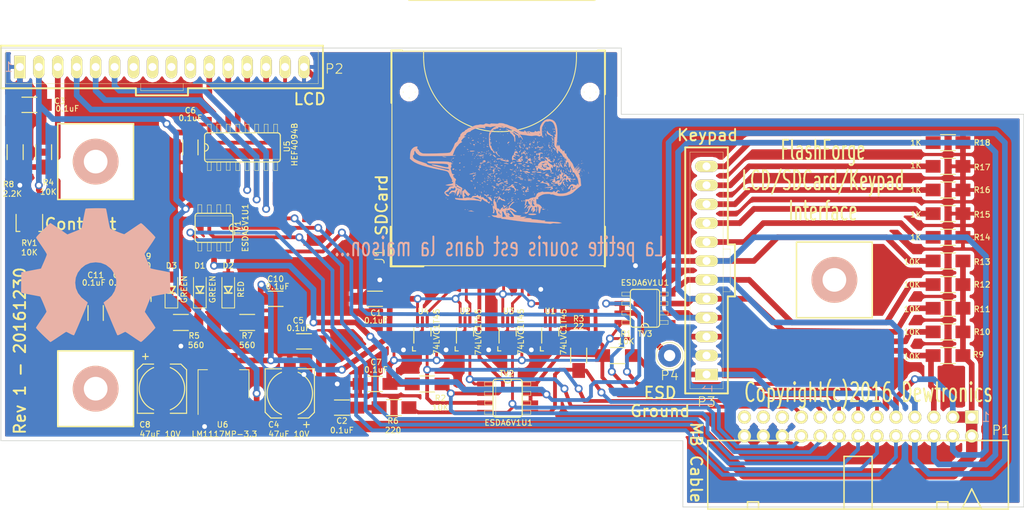
<source format=kicad_pcb>
(kicad_pcb (version 4) (host pcbnew 4.0.5-e0-6337~49~ubuntu14.04.1)
  (title_block (title "FlashForge Creator Pro LCD Interface Redesign") (rev 1) (company Dewtronics))
  (layers (0 F.Cu signal) (31 B.Cu signal) (34 B.Paste user) (35 F.Paste user) (36 B.SilkS user) (37 F.SilkS user) (38 B.Mask user) (39 F.Mask user) (44 Edge.Cuts user))
  (net 0 "")
  (net 1 +3.3V)
  (net 2 +5V)
  (net 3 /CD)
  (net 4 /CENTER)
  (net 5 /CONT)
  (net 6 /CS)
  (net 7 /CS_B)
  (net 8 /D4)
  (net 9 /D5)
  (net 10 /D6)
  (net 11 /D7)
  (net 12 /DOWN)
  (net 13 /E)
  (net 14 /GRN_LED)
  (net 15 /LCD_CLK)
  (net 16 /LCD_DAT)
  (net 17 /LCD_STB)
  (net 18 /LEFT)
  (net 19 /MISO)
  (net 20 /MISO_B)
  (net 21 /MOSI)
  (net 22 /MOSI_B)
  (net 23 /R/~W)
  (net 24 /RED_LED)
  (net 25 /RIGHT)
  (net 26 /RS)
  (net 27 /SCLK)
  (net 28 /SCLK_B)
  (net 29 /UP)
  (net 30 /WP)
  (net 31 GND)
  (net 32 GNDPWR)
  (net 33 "Net-(C2-Pad2)")
  (net 34 "Net-(J1-Pad8)")
  (net 35 "Net-(J1-Pad9)")
  (net 36 "Net-(P1-Pad21)")
  (net 37 "Net-(P1-Pad23)")
  (net 38 "Net-(P1-Pad25)")
  (net 39 /D0)
  (net 40 /D1)
  (net 41 /D2)
  (net 42 /D3)
  (net 43 "Net-(P3-Pad8)")
  (net 44 "Net-(P3-Pad9)")
  (net 45 "Net-(P3-Pad10)")
  (net 46 "Net-(P3-Pad11)")
  (net 47 "Net-(P3-Pad12)")
  (net 48 "Net-(R3-Pad1)")
  (net 49 "Net-(U5-Pad4)")
  (net 50 "Net-(U5-Pad9)")
  (net 51 "Net-(U5-Pad10)")
  (net 52 "Net-(D1-Pad1)")
  (net 53 "Net-(D2-Pad1)")
  (net 54 "Net-(D3-Pad2)")
  (module Connectors:1pin (layer F.Cu) (at 130.937 80.8355)
    (fp_text reference REF** hide)
    (fp_text value 1pin hide)
    (pad "" np_thru_hole circle (at 0 0) (size 1.524 1.524) (drill 1.524) (layers *.Cu *.Mask))
  )
  (module Connectors:1pin (layer F.Cu) (at 155.194 80.8355)
    (fp_text reference REF** hide)
    (fp_text value 1pin hide)
    (pad "" np_thru_hole circle (at 0 0) (size 1.524 1.524) (drill 1.524) (layers *.Cu *.Mask))
  )
  (module con-3m:PAK100_2500-5-26 (layer F.Cu) (at 191.135 125.73 180)
    (fp_text reference P1 (at -19.177 -0.508 180) (layer F.SilkS) (effects (font (size 1.27 1.27) (thickness 0.127))))
    (fp_text value CONN_13X2 hide)
    (fp_text user 1 (at -17.145 1.27 180) (layer B.SilkS) (effects (font (size 1.27 1.27) (thickness 0.127)) (justify mirror)))
    (pad 1 thru_hole rect (at -15.24 1.27 180) (size 1.778 1.778) (drill 1.0668) (layers *.Cu *.Mask F.Paste F.SilkS) (net 2 +5V))
    (pad 2 thru_hole circle (at -15.24 -1.27 180) (size 1.778 1.778) (drill 1.0668) (layers *.Cu *.Mask F.Paste F.SilkS) (net 2 +5V))
    (pad 3 thru_hole circle (at -12.7 1.27 180) (size 1.778 1.778) (drill 1.0668) (layers *.Cu *.Mask F.Paste F.SilkS) (net 2 +5V))
    (pad 4 thru_hole circle (at -12.7 -1.27 180) (size 1.778 1.778) (drill 1.0668) (layers *.Cu *.Mask F.Paste F.SilkS) (net 29 /UP))
    (pad 5 thru_hole circle (at -10.16 1.27 180) (size 1.778 1.778) (drill 1.0668) (layers *.Cu *.Mask F.Paste F.SilkS) (net 12 /DOWN))
    (pad 6 thru_hole circle (at -10.16 -1.27 180) (size 1.778 1.778) (drill 1.0668) (layers *.Cu *.Mask F.Paste F.SilkS) (net 18 /LEFT))
    (pad 7 thru_hole circle (at -7.62 1.27 180) (size 1.778 1.778) (drill 1.0668) (layers *.Cu *.Mask F.Paste F.SilkS) (net 25 /RIGHT))
    (pad 8 thru_hole circle (at -7.62 -1.27 180) (size 1.778 1.778) (drill 1.0668) (layers *.Cu *.Mask F.Paste F.SilkS) (net 4 /CENTER))
    (pad 9 thru_hole circle (at -5.08 1.27 180) (size 1.778 1.778) (drill 1.0668) (layers *.Cu *.Mask F.Paste F.SilkS) (net 2 +5V))
    (pad 10 thru_hole circle (at -5.08 -1.27 180) (size 1.778 1.778) (drill 1.0668) (layers *.Cu *.Mask F.Paste F.SilkS) (net 14 /GRN_LED))
    (pad 11 thru_hole circle (at -2.54 1.27 180) (size 1.778 1.778) (drill 1.0668) (layers *.Cu *.Mask F.Paste F.SilkS) (net 24 /RED_LED))
    (pad 12 thru_hole circle (at -2.54 -1.27 180) (size 1.778 1.778) (drill 1.0668) (layers *.Cu *.Mask F.Paste F.SilkS) (net 17 /LCD_STB))
    (pad 13 thru_hole circle (at 0 1.27 180) (size 1.778 1.778) (drill 1.0668) (layers *.Cu *.Mask F.Paste F.SilkS) (net 16 /LCD_DAT))
    (pad 14 thru_hole circle (at 0 -1.27 180) (size 1.778 1.778) (drill 1.0668) (layers *.Cu *.Mask F.Paste F.SilkS) (net 15 /LCD_CLK))
    (pad 15 thru_hole circle (at 2.54 1.27 180) (size 1.778 1.778) (drill 1.0668) (layers *.Cu *.Mask F.Paste F.SilkS) (net 30 /WP))
    (pad 16 thru_hole circle (at 2.54 -1.27 180) (size 1.778 1.778) (drill 1.0668) (layers *.Cu *.Mask F.Paste F.SilkS) (net 3 /CD))
    (pad 17 thru_hole circle (at 5.08 1.27 180) (size 1.778 1.778) (drill 1.0668) (layers *.Cu *.Mask F.Paste F.SilkS) (net 6 /CS))
    (pad 18 thru_hole circle (at 5.08 -1.27 180) (size 1.778 1.778) (drill 1.0668) (layers *.Cu *.Mask F.Paste F.SilkS) (net 27 /SCLK))
    (pad 19 thru_hole circle (at 7.62 1.27 180) (size 1.778 1.778) (drill 1.0668) (layers *.Cu *.Mask F.Paste F.SilkS) (net 21 /MOSI))
    (pad 20 thru_hole circle (at 7.62 -1.27 180) (size 1.778 1.778) (drill 1.0668) (layers *.Cu *.Mask F.Paste F.SilkS) (net 19 /MISO))
    (pad 21 thru_hole circle (at 10.16 1.27 180) (size 1.778 1.778) (drill 1.0668) (layers *.Cu *.Mask F.Paste F.SilkS) (net 36 "Net-(P1-Pad21)"))
    (pad 22 thru_hole circle (at 10.16 -1.27 180) (size 1.778 1.778) (drill 1.0668) (layers *.Cu *.Mask F.Paste F.SilkS) (net 31 GND))
    (pad 23 thru_hole circle (at 12.7 1.27 180) (size 1.778 1.778) (drill 1.0668) (layers *.Cu *.Mask F.Paste F.SilkS) (net 37 "Net-(P1-Pad23)"))
    (pad 24 thru_hole circle (at 12.7 -1.27 180) (size 1.778 1.778) (drill 1.0668) (layers *.Cu *.Mask F.Paste F.SilkS) (net 31 GND))
    (pad 25 thru_hole circle (at 15.24 1.27 180) (size 1.778 1.778) (drill 1.0668) (layers *.Cu *.Mask F.Paste F.SilkS) (net 38 "Net-(P1-Pad25)"))
    (pad 26 thru_hole circle (at 15.24 -1.27 180) (size 1.778 1.778) (drill 1.0668) (layers *.Cu *.Mask F.Paste F.SilkS) (net 31 GND))
  )
  (module TO_SOT_Packages_SMD:SC-70-6_Handsoldering (layer F.Cu) (at 149.86 113.03)
    (fp_text reference U1 (at 0 -2.794) (layer F.SilkS) (effects (font (size 0.762 0.762) (thickness 0.127))))
    (fp_text value 74LVC1T45 (at 1.778 0 90) (layer F.SilkS) (effects (font (size 0.762 0.762) (thickness 0.127))))
    (pad 1 smd rect (at -0.65024 1.33096) (size 0.39878 1.50114) (layers F.Cu F.Paste F.Mask) (net 2 +5V))
    (pad 2 smd rect (at 0 1.33096) (size 0.39878 1.50114) (layers F.Cu F.Paste F.Mask) (net 31 GND))
    (pad 3 smd rect (at 0.65024 1.33096) (size 0.39878 1.50114) (layers F.Cu F.Paste F.Mask) (net 48 "Net-(R3-Pad1)"))
    (pad 4 smd rect (at 0.65024 -1.33096) (size 0.39878 1.50114) (layers F.Cu F.Paste F.Mask) (net 20 /MISO_B))
    (pad 5 smd rect (at 0 -1.33096) (size 0.39878 1.50114) (layers F.Cu F.Paste F.Mask) (net 31 GND))
    (pad 6 smd rect (at -0.65024 -1.33096) (size 0.39878 1.50114) (layers F.Cu F.Paste F.Mask) (net 1 +3.3V))
  )
  (module Connectors:1pin (layer F.Cu) (at 165.862 116.205)
    (fp_text reference P4 (at 0 2.667) (layer F.SilkS) (effects (font (size 1.27 1.27) (thickness 0.127))))
    (fp_text value CONN_1 hide)
    (pad 1 thru_hole circle (at 0 0) (size 3.048 3.048) (drill 1.524) (layers *.Cu *.Mask) (net 32 GNDPWR))
  )
  (module 1pin (layer F.Cu) (at 88.9 120.65)
    (fp_text reference 1PIN hide)
    (fp_text value P*** hide)
    (pad "" np_thru_hole circle (at 0 0) (size 3.175 3.175) (drill 3.175) (layers *.Cu *.Mask F.SilkS))
  )
  (module 1pin (layer F.Cu) (at 88.9 90.17)
    (fp_text reference 1PIN hide)
    (fp_text value P*** hide)
    (pad "" np_thru_hole circle (at 0 0) (size 3.175 3.175) (drill 3.175) (layers *.Cu *.Mask F.SilkS))
  )
  (module 1pin (layer F.Cu) (at 187.96 106.045)
    (fp_text reference 1PIN hide)
    (fp_text value P*** hide)
    (pad "" np_thru_hole circle (at 0 0) (size 3.175 3.175) (drill 3.175) (layers *.Cu *.Mask F.SilkS))
  )
  (module Capacitors_SMD:C_1206_HandSoldering (layer F.Cu) (at 126.365 108.585 180)
    (fp_text reference C1 (at -0.127 -1.905 180) (layer F.SilkS) (effects (font (size 0.762 0.762) (thickness 0.127))))
    (fp_text value 0.1uF (at -0.127 -2.921 180) (layer F.SilkS) (effects (font (size 0.762 0.762) (thickness 0.127))))
    (pad 1 smd rect (at -2 0 180) (size 2 1.6) (layers F.Cu F.Paste F.Mask) (net 1 +3.3V))
    (pad 2 smd rect (at 2 0 180) (size 2 1.6) (layers F.Cu F.Paste F.Mask) (net 31 GND))
  )
  (module Capacitors_SMD:C_1206_HandSoldering (layer F.Cu) (at 121.92 123.19)
    (fp_text reference C2 (at 0 1.778) (layer F.SilkS) (effects (font (size 0.762 0.762) (thickness 0.127))))
    (fp_text value 0.1uF (at 0 3.048) (layer F.SilkS) (effects (font (size 0.762 0.762) (thickness 0.127))))
    (pad 1 smd rect (at -2 0) (size 2 1.6) (layers F.Cu F.Paste F.Mask) (net 31 GND))
    (pad 2 smd rect (at 2 0) (size 2 1.6) (layers F.Cu F.Paste F.Mask) (net 33 "Net-(C2-Pad2)"))
  )
  (module Capacitors_SMD:C_1206_HandSoldering (layer F.Cu) (at 80.01 82.55 180)
    (fp_text reference C3 (at -4.064 0.508 180) (layer F.SilkS) (effects (font (size 0.762 0.762) (thickness 0.127))))
    (fp_text value 0.1uF (at -5.08 -0.508 180) (layer F.SilkS) (effects (font (size 0.762 0.762) (thickness 0.127))))
    (pad 1 smd rect (at -2 0 180) (size 2 1.6) (layers F.Cu F.Paste F.Mask) (net 2 +5V))
    (pad 2 smd rect (at 2 0 180) (size 2 1.6) (layers F.Cu F.Paste F.Mask) (net 31 GND))
  )
  (module Capacitors_SMD:c_elec_6.3x5.8 (layer F.Cu) (at 114.935 121.285 90)
    (fp_text reference C4 (at -4.191 -2.159 180) (layer F.SilkS) (effects (font (size 0.762 0.762) (thickness 0.127))))
    (fp_text value "47uF 10V" (at -5.461 -0.127 180) (layer F.SilkS) (effects (font (size 0.762 0.762) (thickness 0.127))))
    (fp_text user + (at -4.191 2.159 90) (layer F.SilkS))
    (pad 1 smd rect (at -2.7 0 270) (size 3.5 1.6) (layers F.Cu F.Paste F.Mask) (net 2 +5V))
    (pad 2 smd rect (at 2.7 0 270) (size 3.5 1.6) (layers F.Cu F.Paste F.Mask) (net 31 GND))
  )
  (module Capacitors_SMD:C_1206_HandSoldering (layer F.Cu) (at 116.84 114.3 180)
    (fp_text reference C5 (at 0.762 2.794 180) (layer F.SilkS) (effects (font (size 0.762 0.762) (thickness 0.127))))
    (fp_text value 0.1uF (at 0.762 1.778 180) (layer F.SilkS) (effects (font (size 0.762 0.762) (thickness 0.127))))
    (pad 1 smd rect (at -2 0 180) (size 2 1.6) (layers F.Cu F.Paste F.Mask) (net 2 +5V))
    (pad 2 smd rect (at 2 0 180) (size 2 1.6) (layers F.Cu F.Paste F.Mask) (net 31 GND))
  )
  (module Capacitors_SMD:C_1206_HandSoldering (layer F.Cu) (at 101.6 88.265 270)
    (fp_text reference C6 (at -4.953 0 360) (layer F.SilkS) (effects (font (size 0.762 0.762) (thickness 0.127))))
    (fp_text value 0.1uF (at -3.937 0 360) (layer F.SilkS) (effects (font (size 0.762 0.762) (thickness 0.127))))
    (pad 1 smd rect (at -2 0 270) (size 2 1.6) (layers F.Cu F.Paste F.Mask) (net 2 +5V))
    (pad 2 smd rect (at 2 0 270) (size 2 1.6) (layers F.Cu F.Paste F.Mask) (net 31 GND))
  )
  (module Capacitors_SMD:C_1206_HandSoldering (layer F.Cu) (at 126.365 120.015 180)
    (fp_text reference C7 (at -0.127 2.921 180) (layer F.SilkS) (effects (font (size 0.762 0.762) (thickness 0.127))))
    (fp_text value 0.1uF (at -0.127 1.905 180) (layer F.SilkS) (effects (font (size 0.762 0.762) (thickness 0.127))))
    (pad 1 smd rect (at -2 0 180) (size 2 1.6) (layers F.Cu F.Paste F.Mask) (net 2 +5V))
    (pad 2 smd rect (at 2 0 180) (size 2 1.6) (layers F.Cu F.Paste F.Mask) (net 31 GND))
  )
  (module Capacitors_SMD:c_elec_6.3x5.8 (layer F.Cu) (at 97.79 120.65 270)
    (fp_text reference C8 (at 4.826 2.286 360) (layer F.SilkS) (effects (font (size 0.762 0.762) (thickness 0.127))))
    (fp_text value "47uF 10V" (at 6.096 0.254 360) (layer F.SilkS) (effects (font (size 0.762 0.762) (thickness 0.127))))
    (fp_text user + (at -4.318 2.286 270) (layer F.SilkS))
    (pad 1 smd rect (at -2.7 0 90) (size 3.5 1.6) (layers F.Cu F.Paste F.Mask) (net 1 +3.3V))
    (pad 2 smd rect (at 2.7 0 90) (size 3.5 1.6) (layers F.Cu F.Paste F.Mask) (net 31 GND))
  )
  (module Capacitors_SMD:C_1206_HandSoldering (layer F.Cu) (at 92.075 110.49 270)
    (fp_text reference C9 (at -5.08 0.127 360) (layer F.SilkS) (effects (font (size 0.762 0.762) (thickness 0.127))))
    (fp_text value 0.1uF (at -4.064 -0.127 360) (layer F.SilkS) (effects (font (size 0.762 0.762) (thickness 0.127))))
    (pad 1 smd rect (at -2 0 270) (size 2 1.6) (layers F.Cu F.Paste F.Mask) (net 1 +3.3V))
    (pad 2 smd rect (at 2 0 270) (size 2 1.6) (layers F.Cu F.Paste F.Mask) (net 31 GND))
  )
  (module Capacitors_SMD:C_1206_HandSoldering (layer F.Cu) (at 113.03 108.585)
    (fp_text reference C10 (at 0 -2.667) (layer F.SilkS) (effects (font (size 0.762 0.762) (thickness 0.127))))
    (fp_text value 0.1uF (at 0.254 -1.651) (layer F.SilkS) (effects (font (size 0.762 0.762) (thickness 0.127))))
    (pad 1 smd rect (at -2 0) (size 2 1.6) (layers F.Cu F.Paste F.Mask) (net 1 +3.3V))
    (pad 2 smd rect (at 2 0) (size 2 1.6) (layers F.Cu F.Paste F.Mask) (net 31 GND))
  )
  (module Capacitors_SMD:C_1206_HandSoldering (layer F.Cu) (at 88.9 110.49 270)
    (fp_text reference C11 (at -5.08 0 360) (layer F.SilkS) (effects (font (size 0.762 0.762) (thickness 0.127))))
    (fp_text value 0.1uF (at -4.064 0.254 360) (layer F.SilkS) (effects (font (size 0.762 0.762) (thickness 0.127))))
    (pad 1 smd rect (at -2 0 270) (size 2 1.6) (layers F.Cu F.Paste F.Mask) (net 1 +3.3V))
    (pad 2 smd rect (at 2 0 270) (size 2 1.6) (layers F.Cu F.Paste F.Mask) (net 31 GND))
  )
  (module LEDs:LED_1206 (layer F.Cu) (at 102.87 107.315 90)
    (fp_text reference D1 (at 3.175 0 180) (layer F.SilkS) (effects (font (size 0.762 0.762) (thickness 0.127))))
    (fp_text value GREEN (at 0 1.7 90) (layer F.SilkS) (effects (font (size 0.762 0.762) (thickness 0.127))))
    (pad 2 smd rect (at 1.65 0 270) (size 1.5 1.5) (layers F.Cu F.Paste F.Mask) (net 14 /GRN_LED))
    (pad 1 smd rect (at -1.65 0 270) (size 1.5 1.5) (layers F.Cu F.Paste F.Mask) (net 52 "Net-(D1-Pad1)"))
  )
  (module LEDs:LED_1206 (layer F.Cu) (at 106.68 107.315 90)
    (fp_text reference D2 (at 3.175 0 180) (layer F.SilkS) (effects (font (size 0.762 0.762) (thickness 0.127))))
    (fp_text value RED (at 0 1.7 90) (layer F.SilkS) (effects (font (size 0.762 0.762) (thickness 0.127))))
    (pad 2 smd rect (at 1.65 0 270) (size 1.5 1.5) (layers F.Cu F.Paste F.Mask) (net 24 /RED_LED))
    (pad 1 smd rect (at -1.65 0 270) (size 1.5 1.5) (layers F.Cu F.Paste F.Mask) (net 53 "Net-(D2-Pad1)"))
  )
  (module LEDs:LED_1206 (layer F.Cu) (at 99.06 107.315 90)
    (fp_text reference D3 (at 3.175 0 180) (layer F.SilkS) (effects (font (size 0.762 0.762) (thickness 0.127))))
    (fp_text value GREEN (at 0 1.7 90) (layer F.SilkS) (effects (font (size 0.762 0.762) (thickness 0.127))))
    (pad 2 smd rect (at 1.65 0 270) (size 1.5 1.5) (layers F.Cu F.Paste F.Mask) (net 54 "Net-(D3-Pad2)"))
    (pad 1 smd rect (at -1.65 0 270) (size 1.5 1.5) (layers F.Cu F.Paste F.Mask) (net 31 GND))
  )
  (module sdcard:SDCARD-SOCKET (layer F.Cu) (at 142.875 104.14 90)
    (fp_text reference J1 (at 1.27 -15.875 90) (layer F.SilkS) (effects (font (size 1.27 1.27) (thickness 0.127))))
    (fp_text value 06241 hide)
    (pad 1 smd rect (at -0.99822 -6.7691 90) (size 1.79832 0.89916) (layers F.Cu F.Paste F.Mask) (net 7 /CS_B))
    (pad 2 smd rect (at -0.99822 -4.26974 90) (size 1.79832 0.89916) (layers F.Cu F.Paste F.Mask) (net 22 /MOSI_B))
    (pad CD smd rect (at -0.99822 -2.51968 90) (size 1.79832 0.89916) (layers F.Cu F.Paste F.Mask) (net 3 /CD))
    (pad 4 smd rect (at -0.99822 0.72898 90) (size 1.79832 0.89916) (layers F.Cu F.Paste F.Mask) (net 1 +3.3V))
    (pad 5 smd rect (at -0.99822 3.22834 90) (size 1.79832 0.89916) (layers F.Cu F.Paste F.Mask) (net 28 /SCLK_B))
    (pad 6 smd rect (at -0.99822 5.7277 90) (size 1.79832 0.89916) (layers F.Cu F.Paste F.Mask) (net 31 GND))
    (pad 7 smd rect (at -0.99822 8.14832 90) (size 1.79832 0.89916) (layers F.Cu F.Paste F.Mask) (net 20 /MISO_B))
    (pad 8 smd rect (at -0.99822 9.84758 90) (size 1.79832 0.89916) (layers F.Cu F.Paste F.Mask) (net 34 "Net-(J1-Pad8)"))
    (pad 9 smd rect (at -0.99822 -9.26846 90) (size 1.79832 0.89916) (layers F.Cu F.Paste F.Mask) (net 35 "Net-(J1-Pad9)"))
    (pad 3 smd rect (at -0.99822 -1.01854 90) (size 1.79832 0.89916) (layers F.Cu F.Paste F.Mask) (net 31 GND))
    (pad COM smd rect (at 19.99996 -14.74978 90) (size 1.99898 1.39954) (layers F.Cu F.Paste F.Mask) (net 31 GND))
    (pad GND smd rect (at 21.14804 14.74978 90) (size 1.99898 1.39954) (layers F.Cu F.Paste F.Mask) (net 31 GND))
    (pad WP smd rect (at -0.99822 12.99972 90) (size 1.79832 1.09982) (layers F.Cu F.Paste F.Mask) (net 30 /WP))
  )
  (module con-molex:con-molex-70543-16 (layer F.Cu) (at 97.79 77.47)
    (fp_text reference P2 (at 23.114 0.254) (layer F.SilkS) (effects (font (size 1.27 1.27) (thickness 0.127))))
    (fp_text value CONN_16 hide)
    (fp_text user 1 (at -20.574 0) (layer B.SilkS) (effects (font (size 1.27 1.27) (thickness 0.127)) (justify mirror)))
    (pad 1 thru_hole rect (at -19.05 0 180) (size 1.524 3.048) (drill 1.0668) (layers *.Cu *.Mask F.Paste F.SilkS) (net 31 GND))
    (pad 2 thru_hole oval (at -16.51 0 180) (size 1.524 3.048) (drill 1.0668) (layers *.Cu *.Mask F.Paste F.SilkS) (net 2 +5V))
    (pad 3 thru_hole oval (at -13.97 0 180) (size 1.524 3.048) (drill 1.0668) (layers *.Cu *.Mask F.Paste F.SilkS) (net 5 /CONT))
    (pad 4 thru_hole oval (at -11.43 0 180) (size 1.524 3.048) (drill 1.0668) (layers *.Cu *.Mask F.Paste F.SilkS) (net 26 /RS))
    (pad 5 thru_hole oval (at -8.89 0 180) (size 1.524 3.048) (drill 1.0668) (layers *.Cu *.Mask F.Paste F.SilkS) (net 23 /R/~W))
    (pad 6 thru_hole oval (at -6.35 0 180) (size 1.524 3.048) (drill 1.0668) (layers *.Cu *.Mask F.Paste F.SilkS) (net 13 /E))
    (pad 7 thru_hole oval (at -3.81 0 180) (size 1.524 3.048) (drill 1.0668) (layers *.Cu *.Mask F.Paste F.SilkS) (net 39 /D0))
    (pad 8 thru_hole oval (at -1.27 0 180) (size 1.524 3.048) (drill 1.0668) (layers *.Cu *.Mask F.Paste F.SilkS) (net 40 /D1))
    (pad 9 thru_hole oval (at 1.27 0 180) (size 1.524 3.048) (drill 1.0668) (layers *.Cu *.Mask F.Paste F.SilkS) (net 41 /D2))
    (pad 10 thru_hole oval (at 3.81 0 180) (size 1.524 3.048) (drill 1.0668) (layers *.Cu *.Mask F.Paste F.SilkS) (net 42 /D3))
    (pad 11 thru_hole oval (at 6.35 0 180) (size 1.524 3.048) (drill 1.0668) (layers *.Cu *.Mask F.Paste F.SilkS) (net 8 /D4))
    (pad 12 thru_hole oval (at 8.89 0 180) (size 1.524 3.048) (drill 1.0668) (layers *.Cu *.Mask F.Paste F.SilkS) (net 9 /D5))
    (pad 13 thru_hole oval (at 11.43 0 180) (size 1.524 3.048) (drill 1.0668) (layers *.Cu *.Mask F.Paste F.SilkS) (net 10 /D6))
    (pad 14 thru_hole oval (at 13.97 0 180) (size 1.524 3.048) (drill 1.0668) (layers *.Cu *.Mask F.Paste F.SilkS) (net 11 /D7))
    (pad 15 thru_hole oval (at 16.51 0 180) (size 1.524 3.048) (drill 1.0668) (layers *.Cu *.Mask F.Paste F.SilkS) (net 2 +5V))
    (pad 16 thru_hole oval (at 19.05 0 180) (size 1.524 3.048) (drill 1.0668) (layers *.Cu *.Mask F.Paste F.SilkS) (net 31 GND))
  )
  (module con-molex:con-molex-70543-12 (layer F.Cu) (at 170.815 104.775 90)
    (fp_text reference P3 (at -17.65046 0 180) (layer F.SilkS) (effects (font (size 1.27 1.27) (thickness 0.127))))
    (fp_text value CONN_12 hide)
    (fp_text user 1 (at -15.875 0.127 90) (layer B.SilkS) (effects (font (size 1.27 1.27) (thickness 0.127)) (justify mirror)))
    (pad 1 thru_hole rect (at -13.97 0 270) (size 1.524 3.048) (drill 1.0668) (layers *.Cu *.Mask F.Paste F.SilkS) (net 2 +5V))
    (pad 2 thru_hole oval (at -11.43 0 270) (size 1.524 3.048) (drill 1.0668) (layers *.Cu *.Mask F.Paste F.SilkS) (net 31 GND))
    (pad 3 thru_hole oval (at -8.89 0 270) (size 1.524 3.048) (drill 1.0668) (layers *.Cu *.Mask F.Paste F.SilkS) (net 12 /DOWN))
    (pad 4 thru_hole oval (at -6.35 0 270) (size 1.524 3.048) (drill 1.0668) (layers *.Cu *.Mask F.Paste F.SilkS) (net 4 /CENTER))
    (pad 5 thru_hole oval (at -3.81 0 270) (size 1.524 3.048) (drill 1.0668) (layers *.Cu *.Mask F.Paste F.SilkS) (net 18 /LEFT))
    (pad 6 thru_hole oval (at -1.27 0 270) (size 1.524 3.048) (drill 1.0668) (layers *.Cu *.Mask F.Paste F.SilkS) (net 25 /RIGHT))
    (pad 7 thru_hole oval (at 1.27 0 270) (size 1.524 3.048) (drill 1.0668) (layers *.Cu *.Mask F.Paste F.SilkS) (net 29 /UP))
    (pad 8 thru_hole oval (at 3.81 0 270) (size 1.524 3.048) (drill 1.0668) (layers *.Cu *.Mask F.Paste F.SilkS) (net 43 "Net-(P3-Pad8)"))
    (pad 9 thru_hole oval (at 6.35 0 270) (size 1.524 3.048) (drill 1.0668) (layers *.Cu *.Mask F.Paste F.SilkS) (net 44 "Net-(P3-Pad9)"))
    (pad 10 thru_hole oval (at 8.89 0 270) (size 1.524 3.048) (drill 1.0668) (layers *.Cu *.Mask F.Paste F.SilkS) (net 45 "Net-(P3-Pad10)"))
    (pad 11 thru_hole oval (at 11.43 0 270) (size 1.524 3.048) (drill 1.0668) (layers *.Cu *.Mask F.Paste F.SilkS) (net 46 "Net-(P3-Pad11)"))
    (pad 12 thru_hole oval (at 13.97 0 270) (size 1.524 3.048) (drill 1.0668) (layers *.Cu *.Mask F.Paste F.SilkS) (net 47 "Net-(P3-Pad12)"))
  )
  (module Resistors_SMD:R_1206_HandSoldering (layer F.Cu) (at 158.877 116.205 180)
    (fp_text reference R1 (at -1.143 2.921 180) (layer F.SilkS) (effects (font (size 0.762 0.762) (thickness 0.127))))
    (fp_text value 10K (at -1.143 1.905 180) (layer F.SilkS) (effects (font (size 0.762 0.762) (thickness 0.127))))
    (pad 1 smd rect (at -2 0 180) (size 2 1.7) (layers F.Cu F.Paste F.Mask) (net 2 +5V))
    (pad 2 smd rect (at 2 0 180) (size 2 1.7) (layers F.Cu F.Paste F.Mask) (net 30 /WP))
  )
  (module Resistors_SMD:R_1206_HandSoldering (layer F.Cu) (at 133.35 120.015)
    (fp_text reference R2 (at 1.778 1.905) (layer F.SilkS) (effects (font (size 0.762 0.762) (thickness 0.127))))
    (fp_text value 10K (at 1.778 3.175) (layer F.SilkS) (effects (font (size 0.762 0.762) (thickness 0.127))))
    (pad 1 smd rect (at -2 0) (size 2 1.7) (layers F.Cu F.Paste F.Mask) (net 2 +5V))
    (pad 2 smd rect (at 2 0) (size 2 1.7) (layers F.Cu F.Paste F.Mask) (net 3 /CD))
  )
  (module Resistors_SMD:R_1206_HandSoldering (layer F.Cu) (at 153.67 116.205 270)
    (fp_text reference R3 (at -4.953 0 540) (layer F.SilkS) (effects (font (size 0.762 0.762) (thickness 0.127))))
    (fp_text value 22 (at -3.937 0 360) (layer F.SilkS) (effects (font (size 0.762 0.762) (thickness 0.127))))
    (pad 1 smd rect (at -2 0 270) (size 2 1.7) (layers F.Cu F.Paste F.Mask) (net 48 "Net-(R3-Pad1)"))
    (pad 2 smd rect (at 2 0 270) (size 2 1.7) (layers F.Cu F.Paste F.Mask) (net 19 /MISO))
  )
  (module Resistors_SMD:R_1206_HandSoldering (layer F.Cu) (at 81.915 88.9 270)
    (fp_text reference R4 (at 4.064 -0.635 360) (layer F.SilkS) (effects (font (size 0.762 0.762) (thickness 0.127))))
    (fp_text value 10K (at 5.334 -0.635 360) (layer F.SilkS) (effects (font (size 0.762 0.762) (thickness 0.127))))
    (pad 1 smd rect (at -2 0 270) (size 2 1.7) (layers F.Cu F.Paste F.Mask) (net 2 +5V))
    (pad 2 smd rect (at 2 0 270) (size 2 1.7) (layers F.Cu F.Paste F.Mask) (net 5 /CONT))
  )
  (module Resistors_SMD:R_1206_HandSoldering (layer F.Cu) (at 100.33 111.76 180)
    (fp_text reference R5 (at -1.778 -1.778 180) (layer F.SilkS) (effects (font (size 0.762 0.762) (thickness 0.127))))
    (fp_text value 560 (at -2.032 -3.048 180) (layer F.SilkS) (effects (font (size 0.762 0.762) (thickness 0.127))))
    (pad 1 smd rect (at -2 0 180) (size 2 1.7) (layers F.Cu F.Paste F.Mask) (net 52 "Net-(D1-Pad1)"))
    (pad 2 smd rect (at 2 0 180) (size 2 1.7) (layers F.Cu F.Paste F.Mask) (net 31 GND))
  )
  (module Resistors_SMD:R_1206_HandSoldering (layer F.Cu) (at 128.905 123.19)
    (fp_text reference R6 (at -0.127 1.778) (layer F.SilkS) (effects (font (size 0.762 0.762) (thickness 0.127))))
    (fp_text value 220 (at -0.127 3.048) (layer F.SilkS) (effects (font (size 0.762 0.762) (thickness 0.127))))
    (pad 1 smd rect (at -2 0) (size 2 1.7) (layers F.Cu F.Paste F.Mask) (net 33 "Net-(C2-Pad2)"))
    (pad 2 smd rect (at 2 0) (size 2 1.7) (layers F.Cu F.Paste F.Mask) (net 27 /SCLK))
  )
  (module Resistors_SMD:R_1206_HandSoldering (layer F.Cu) (at 109.22 111.76)
    (fp_text reference R7 (at 0 1.778) (layer F.SilkS) (effects (font (size 0.762 0.762) (thickness 0.127))))
    (fp_text value 560 (at 0 3.048) (layer F.SilkS) (effects (font (size 0.762 0.762) (thickness 0.127))))
    (pad 1 smd rect (at -2 0) (size 2 1.7) (layers F.Cu F.Paste F.Mask) (net 53 "Net-(D2-Pad1)"))
    (pad 2 smd rect (at 2 0) (size 2 1.7) (layers F.Cu F.Paste F.Mask) (net 31 GND))
  )
  (module Resistors_SMD:R_1206_HandSoldering (layer F.Cu) (at 78.105 88.9 90)
    (fp_text reference R8 (at -4.318 -0.889 180) (layer F.SilkS) (effects (font (size 0.762 0.762) (thickness 0.127))))
    (fp_text value 2.2K (at -5.588 -0.381 180) (layer F.SilkS) (effects (font (size 0.762 0.762) (thickness 0.127))))
    (pad 1 smd rect (at -2 0 90) (size 2 1.7) (layers F.Cu F.Paste F.Mask) (net 5 /CONT))
    (pad 2 smd rect (at 2 0 90) (size 2 1.7) (layers F.Cu F.Paste F.Mask) (net 31 GND))
  )
  (module Resistors_SMD:R_1206_HandSoldering (layer F.Cu) (at 203.2 116.205)
    (fp_text reference R9 (at 4.064 -0.127) (layer F.SilkS) (effects (font (size 0.762 0.762) (thickness 0.127))))
    (fp_text value 10K (at -4.826 0.127) (layer F.SilkS) (effects (font (size 0.762 0.762) (thickness 0.127))))
    (pad 1 smd rect (at -2 0) (size 2 1.7) (layers F.Cu F.Paste F.Mask) (net 12 /DOWN))
    (pad 2 smd rect (at 2 0) (size 2 1.7) (layers F.Cu F.Paste F.Mask) (net 2 +5V))
  )
  (module Resistors_SMD:R_1206_HandSoldering (layer F.Cu) (at 203.2 113.03)
    (fp_text reference R10 (at 4.572 0) (layer F.SilkS) (effects (font (size 0.762 0.762) (thickness 0.127))))
    (fp_text value 10K (at -4.826 0) (layer F.SilkS) (effects (font (size 0.762 0.762) (thickness 0.127))))
    (pad 1 smd rect (at -2 0) (size 2 1.7) (layers F.Cu F.Paste F.Mask) (net 4 /CENTER))
    (pad 2 smd rect (at 2 0) (size 2 1.7) (layers F.Cu F.Paste F.Mask) (net 2 +5V))
  )
  (module Resistors_SMD:R_1206_HandSoldering (layer F.Cu) (at 203.2 109.855)
    (fp_text reference R11 (at 4.572 0.127) (layer F.SilkS) (effects (font (size 0.762 0.762) (thickness 0.127))))
    (fp_text value 10K (at -4.826 0.127) (layer F.SilkS) (effects (font (size 0.762 0.762) (thickness 0.127))))
    (pad 1 smd rect (at -2 0) (size 2 1.7) (layers F.Cu F.Paste F.Mask) (net 18 /LEFT))
    (pad 2 smd rect (at 2 0) (size 2 1.7) (layers F.Cu F.Paste F.Mask) (net 2 +5V))
  )
  (module Resistors_SMD:R_1206_HandSoldering (layer F.Cu) (at 203.2 106.68)
    (fp_text reference R12 (at 4.572 0) (layer F.SilkS) (effects (font (size 0.762 0.762) (thickness 0.127))))
    (fp_text value 10K (at -4.826 0) (layer F.SilkS) (effects (font (size 0.762 0.762) (thickness 0.127))))
    (pad 1 smd rect (at -2 0) (size 2 1.7) (layers F.Cu F.Paste F.Mask) (net 25 /RIGHT))
    (pad 2 smd rect (at 2 0) (size 2 1.7) (layers F.Cu F.Paste F.Mask) (net 2 +5V))
  )
  (module Resistors_SMD:R_1206_HandSoldering (layer F.Cu) (at 203.2 103.505)
    (fp_text reference R13 (at 4.572 0.127) (layer F.SilkS) (effects (font (size 0.762 0.762) (thickness 0.127))))
    (fp_text value 10K (at -4.826 0.127) (layer F.SilkS) (effects (font (size 0.762 0.762) (thickness 0.127))))
    (pad 1 smd rect (at -2 0) (size 2 1.7) (layers F.Cu F.Paste F.Mask) (net 29 /UP))
    (pad 2 smd rect (at 2 0) (size 2 1.7) (layers F.Cu F.Paste F.Mask) (net 2 +5V))
  )
  (module Resistors_SMD:R_1206_HandSoldering (layer F.Cu) (at 203.2 100.33)
    (fp_text reference R14 (at 4.572 0) (layer F.SilkS) (effects (font (size 0.762 0.762) (thickness 0.127))))
    (fp_text value 1K (at -4.318 0) (layer F.SilkS) (effects (font (size 0.762 0.762) (thickness 0.127))))
    (pad 1 smd rect (at -2 0) (size 2 1.7) (layers F.Cu F.Paste F.Mask) (net 43 "Net-(P3-Pad8)"))
    (pad 2 smd rect (at 2 0) (size 2 1.7) (layers F.Cu F.Paste F.Mask) (net 31 GND))
  )
  (module Resistors_SMD:R_1206_HandSoldering (layer F.Cu) (at 203.2 97.155)
    (fp_text reference R15 (at 4.572 0.127) (layer F.SilkS) (effects (font (size 0.762 0.762) (thickness 0.127))))
    (fp_text value 1K (at -4.318 0.127) (layer F.SilkS) (effects (font (size 0.762 0.762) (thickness 0.127))))
    (pad 1 smd rect (at -2 0) (size 2 1.7) (layers F.Cu F.Paste F.Mask) (net 44 "Net-(P3-Pad9)"))
    (pad 2 smd rect (at 2 0) (size 2 1.7) (layers F.Cu F.Paste F.Mask) (net 31 GND))
  )
  (module Resistors_SMD:R_1206_HandSoldering (layer F.Cu) (at 203.2 93.98)
    (fp_text reference R16 (at 4.572 0) (layer F.SilkS) (effects (font (size 0.762 0.762) (thickness 0.127))))
    (fp_text value 1K (at -4.318 0) (layer F.SilkS) (effects (font (size 0.762 0.762) (thickness 0.127))))
    (pad 1 smd rect (at -2 0) (size 2 1.7) (layers F.Cu F.Paste F.Mask) (net 45 "Net-(P3-Pad10)"))
    (pad 2 smd rect (at 2 0) (size 2 1.7) (layers F.Cu F.Paste F.Mask) (net 31 GND))
  )
  (module Resistors_SMD:R_1206_HandSoldering (layer F.Cu) (at 203.2 90.805)
    (fp_text reference R17 (at 4.572 0.127) (layer F.SilkS) (effects (font (size 0.762 0.762) (thickness 0.127))))
    (fp_text value 1K (at -4.318 -0.127) (layer F.SilkS) (effects (font (size 0.762 0.762) (thickness 0.127))))
    (pad 1 smd rect (at -2 0) (size 2 1.7) (layers F.Cu F.Paste F.Mask) (net 46 "Net-(P3-Pad11)"))
    (pad 2 smd rect (at 2 0) (size 2 1.7) (layers F.Cu F.Paste F.Mask) (net 31 GND))
  )
  (module Resistors_SMD:R_1206_HandSoldering (layer F.Cu) (at 203.2 87.63)
    (fp_text reference R18 (at 4.572 0) (layer F.SilkS) (effects (font (size 0.762 0.762) (thickness 0.127))))
    (fp_text value 1K (at -4.318 0) (layer F.SilkS) (effects (font (size 0.762 0.762) (thickness 0.127))))
    (pad 1 smd rect (at -2 0) (size 2 1.7) (layers F.Cu F.Paste F.Mask) (net 47 "Net-(P3-Pad12)"))
    (pad 2 smd rect (at 2 0) (size 2 1.7) (layers F.Cu F.Paste F.Mask) (net 31 GND))
  )
  (module Resistors_SMD:R_1206_HandSoldering (layer F.Cu) (at 95.25 107.95 90)
    (fp_text reference R19 (at 5.08 0 180) (layer F.SilkS) (effects (font (size 0.762 0.762) (thickness 0.127))))
    (fp_text value 330 (at 3.81 0 180) (layer F.SilkS) (effects (font (size 0.762 0.762) (thickness 0.127))))
    (pad 1 smd rect (at -2 0 90) (size 2 1.7) (layers F.Cu F.Paste F.Mask) (net 1 +3.3V))
    (pad 2 smd rect (at 2 0 90) (size 2 1.7) (layers F.Cu F.Paste F.Mask) (net 54 "Net-(D3-Pad2)"))
  )
  (module Potentiometers:Potentiometer_Trimmer-EVM3E (layer F.Cu) (at 80.01 97.79 180)
    (fp_text reference RV1 (at 0 -3.302 180) (layer F.SilkS) (effects (font (size 0.762 0.762) (thickness 0.127))))
    (fp_text value 10K (at 0 -4.572 180) (layer F.SilkS) (effects (font (size 0.762 0.762) (thickness 0.127))))
    (pad 1 smd rect (at -1.4 1.625 180) (size 1.2 1.2) (layers F.Cu F.Paste F.Mask) (net 2 +5V))
    (pad 3 smd rect (at 1.4 1.625 180) (size 1.2 1.2) (layers F.Cu F.Paste F.Mask) (net 31 GND))
    (pad 2 smd rect (at 0 -1.625 180) (size 1.6 1.5) (layers F.Cu F.Paste F.Mask) (net 5 /CONT))
  )
  (module 74xx-us:74xx-us-SO08 (layer F.Cu) (at 104.775 99.06 180)
    (fp_text reference TV1 (at -3.175 0 270) (layer F.SilkS) (effects (font (size 0.762 0.762) (thickness 0.127))))
    (fp_text value ESDA6V1U1 (at -4.191 0 270) (layer F.SilkS) (effects (font (size 0.762 0.762) (thickness 0.127))))
    (pad 1 smd rect (at -1.905 3.0734 180) (size 0.6604 2.032) (layers F.Cu F.Paste F.Mask) (net 15 /LCD_CLK))
    (pad 2 smd rect (at -0.635 3.0734 180) (size 0.6604 2.032) (layers F.Cu F.Paste F.Mask) (net 16 /LCD_DAT))
    (pad 3 smd rect (at 0.635 3.0734 180) (size 0.6604 2.032) (layers F.Cu F.Paste F.Mask) (net 17 /LCD_STB))
    (pad 4 smd rect (at 1.905 3.0734 180) (size 0.6604 2.032) (layers F.Cu F.Paste F.Mask) (net 2 +5V))
    (pad 5 smd rect (at 1.905 -3.0734 180) (size 0.6604 2.032) (layers F.Cu F.Paste F.Mask) (net 14 /GRN_LED))
    (pad 6 smd rect (at 0.635 -3.0734 180) (size 0.6604 2.032) (layers F.Cu F.Paste F.Mask) (net 32 GNDPWR))
    (pad 7 smd rect (at -0.635 -3.0734 180) (size 0.6604 2.032) (layers F.Cu F.Paste F.Mask) (net 32 GNDPWR))
    (pad 8 smd rect (at -1.905 -3.0734 180) (size 0.6604 2.032) (layers F.Cu F.Paste F.Mask) (net 24 /RED_LED))
  )
  (module 74xx-us:74xx-us-SO08 (layer F.Cu) (at 144.145 121.92 270)
    (fp_text reference TV2 (at -3.302 0.127 360) (layer F.SilkS) (effects (font (size 0.762 0.762) (thickness 0.127))))
    (fp_text value ESDA6V1U1 (at 3.302 -0.127 360) (layer F.SilkS) (effects (font (size 0.762 0.762) (thickness 0.127))))
    (pad 1 smd rect (at -1.905 3.0734 270) (size 0.6604 2.032) (layers F.Cu F.Paste F.Mask) (net 21 /MOSI))
    (pad 2 smd rect (at -0.635 3.0734 270) (size 0.6604 2.032) (layers F.Cu F.Paste F.Mask) (net 3 /CD))
    (pad 3 smd rect (at 0.635 3.0734 270) (size 0.6604 2.032) (layers F.Cu F.Paste F.Mask) (net 6 /CS))
    (pad 4 smd rect (at 1.905 3.0734 270) (size 0.6604 2.032) (layers F.Cu F.Paste F.Mask) (net 27 /SCLK))
    (pad 5 smd rect (at 1.905 -3.0734 270) (size 0.6604 2.032) (layers F.Cu F.Paste F.Mask) (net 19 /MISO))
    (pad 6 smd rect (at 0.635 -3.0734 270) (size 0.6604 2.032) (layers F.Cu F.Paste F.Mask) (net 32 GNDPWR))
    (pad 7 smd rect (at -0.635 -3.0734 270) (size 0.6604 2.032) (layers F.Cu F.Paste F.Mask) (net 32 GNDPWR))
    (pad 8 smd rect (at -1.905 -3.0734 270) (size 0.6604 2.032) (layers F.Cu F.Paste F.Mask) (net 30 /WP))
  )
  (module 74xx-us:74xx-us-SO08 (layer F.Cu) (at 162.56 109.855 90)
    (fp_text reference TV3 (at -3.429 0 180) (layer F.SilkS) (effects (font (size 0.762 0.762) (thickness 0.127))))
    (fp_text value ESDA6V1U1 (at 3.429 0 180) (layer F.SilkS) (effects (font (size 0.762 0.762) (thickness 0.127))))
    (pad 1 smd rect (at -1.905 3.0734 90) (size 0.6604 2.032) (layers F.Cu F.Paste F.Mask) (net 12 /DOWN))
    (pad 2 smd rect (at -0.635 3.0734 90) (size 0.6604 2.032) (layers F.Cu F.Paste F.Mask) (net 4 /CENTER))
    (pad 3 smd rect (at 0.635 3.0734 90) (size 0.6604 2.032) (layers F.Cu F.Paste F.Mask) (net 18 /LEFT))
    (pad 4 smd rect (at 1.905 3.0734 90) (size 0.6604 2.032) (layers F.Cu F.Paste F.Mask) (net 25 /RIGHT))
    (pad 5 smd rect (at 1.905 -3.0734 90) (size 0.6604 2.032) (layers F.Cu F.Paste F.Mask) (net 29 /UP))
    (pad 6 smd rect (at 0.635 -3.0734 90) (size 0.6604 2.032) (layers F.Cu F.Paste F.Mask) (net 32 GNDPWR))
    (pad 7 smd rect (at -0.635 -3.0734 90) (size 0.6604 2.032) (layers F.Cu F.Paste F.Mask) (net 32 GNDPWR))
    (pad 8 smd rect (at -1.905 -3.0734 90) (size 0.6604 2.032) (layers F.Cu F.Paste F.Mask) (net 2 +5V))
  )
  (module 74xx-us:74xx-us-SO16 (layer F.Cu) (at 108.585 88.265)
    (fp_text reference U5 (at 5.969 -0.127 90) (layer F.SilkS) (effects (font (size 0.762 0.762) (thickness 0.127))))
    (fp_text value HEF4094B (at 6.985 -0.381 90) (layer F.SilkS) (effects (font (size 0.762 0.762) (thickness 0.127))))
    (pad 1 smd rect (at -4.445 3.0734) (size 0.6604 2.032) (layers F.Cu F.Paste F.Mask) (net 17 /LCD_STB))
    (pad 2 smd rect (at -3.175 3.0734) (size 0.6604 2.032) (layers F.Cu F.Paste F.Mask) (net 16 /LCD_DAT))
    (pad 3 smd rect (at -1.905 3.0734) (size 0.6604 2.032) (layers F.Cu F.Paste F.Mask) (net 15 /LCD_CLK))
    (pad 4 smd rect (at -0.635 3.0734) (size 0.6604 2.032) (layers F.Cu F.Paste F.Mask) (net 49 "Net-(U5-Pad4)"))
    (pad 5 smd rect (at 0.635 3.0734) (size 0.6604 2.032) (layers F.Cu F.Paste F.Mask) (net 26 /RS))
    (pad 6 smd rect (at 1.905 3.0734) (size 0.6604 2.032) (layers F.Cu F.Paste F.Mask) (net 23 /R/~W))
    (pad 7 smd rect (at 3.175 3.0734) (size 0.6604 2.032) (layers F.Cu F.Paste F.Mask) (net 13 /E))
    (pad 8 smd rect (at 4.445 3.0734) (size 0.6604 2.032) (layers F.Cu F.Paste F.Mask) (net 31 GND))
    (pad 9 smd rect (at 4.445 -3.0734) (size 0.6604 2.032) (layers F.Cu F.Paste F.Mask) (net 50 "Net-(U5-Pad9)"))
    (pad 10 smd rect (at 3.175 -3.0734) (size 0.6604 2.032) (layers F.Cu F.Paste F.Mask) (net 51 "Net-(U5-Pad10)"))
    (pad 11 smd rect (at 1.905 -3.0734) (size 0.6604 2.032) (layers F.Cu F.Paste F.Mask) (net 11 /D7))
    (pad 12 smd rect (at 0.635 -3.0734) (size 0.6604 2.032) (layers F.Cu F.Paste F.Mask) (net 10 /D6))
    (pad 13 smd rect (at -0.635 -3.0734) (size 0.6604 2.032) (layers F.Cu F.Paste F.Mask) (net 9 /D5))
    (pad 14 smd rect (at -1.905 -3.0734) (size 0.6604 2.032) (layers F.Cu F.Paste F.Mask) (net 8 /D4))
    (pad 15 smd rect (at -3.175 -3.0734) (size 0.6604 2.032) (layers F.Cu F.Paste F.Mask) (net 2 +5V))
    (pad 16 smd rect (at -4.445 -3.0734) (size 0.6604 2.032) (layers F.Cu F.Paste F.Mask) (net 2 +5V))
  )
  (module TO_SOT_Packages_SMD:SOT-223 (layer F.Cu) (at 106.045 120.015 90)
    (fp_text reference U6 (at -5.461 -0.127 180) (layer F.SilkS) (effects (font (size 0.762 0.762) (thickness 0.127))))
    (fp_text value LM1117MP-3.3 (at -6.731 0.127 180) (layer F.SilkS) (effects (font (size 0.762 0.762) (thickness 0.127))))
    (pad 4 smd rect (at 3.15 0 90) (size 2 3.8) (layers F.Cu F.Paste F.Mask) (net 1 +3.3V))
    (pad 2 smd rect (at -3.15 0 90) (size 2 1.5) (layers F.Cu F.Paste F.Mask) (net 1 +3.3V))
    (pad 3 smd rect (at -3.15 2.3 90) (size 2 1.5) (layers F.Cu F.Paste F.Mask) (net 2 +5V))
    (pad 1 smd rect (at -3.15 -2.3 90) (size 2 1.5) (layers F.Cu F.Paste F.Mask) (net 31 GND))
  )
  (module TO_SOT_Packages_SMD:SC-70-6_Handsoldering (layer F.Cu) (at 138.43 113.03)
    (fp_text reference U2 (at 0 -2.794) (layer F.SilkS) (effects (font (size 0.762 0.762) (thickness 0.127))))
    (fp_text value 74LVC1T45 (at 1.778 0 90) (layer F.SilkS) (effects (font (size 0.762 0.762) (thickness 0.127))))
    (pad 1 smd rect (at -0.65024 1.33096) (size 0.39878 1.50114) (layers F.Cu F.Paste F.Mask) (net 2 +5V))
    (pad 2 smd rect (at 0 1.33096) (size 0.39878 1.50114) (layers F.Cu F.Paste F.Mask) (net 31 GND))
    (pad 3 smd rect (at 0.65024 1.33096) (size 0.39878 1.50114) (layers F.Cu F.Paste F.Mask) (net 21 /MOSI))
    (pad 4 smd rect (at 0.65024 -1.33096) (size 0.39878 1.50114) (layers F.Cu F.Paste F.Mask) (net 22 /MOSI_B))
    (pad 5 smd rect (at 0 -1.33096) (size 0.39878 1.50114) (layers F.Cu F.Paste F.Mask) (net 2 +5V))
    (pad 6 smd rect (at -0.65024 -1.33096) (size 0.39878 1.50114) (layers F.Cu F.Paste F.Mask) (net 1 +3.3V))
  )
  (module TO_SOT_Packages_SMD:SC-70-6_Handsoldering (layer F.Cu) (at 144.145 113.03)
    (fp_text reference U3 (at 0.127 -2.794) (layer F.SilkS) (effects (font (size 0.762 0.762) (thickness 0.127))))
    (fp_text value 74LVC1T45 (at 1.778 0 90) (layer F.SilkS) (effects (font (size 0.762 0.762) (thickness 0.127))))
    (pad 1 smd rect (at -0.65024 1.33096) (size 0.39878 1.50114) (layers F.Cu F.Paste F.Mask) (net 2 +5V))
    (pad 2 smd rect (at 0 1.33096) (size 0.39878 1.50114) (layers F.Cu F.Paste F.Mask) (net 31 GND))
    (pad 3 smd rect (at 0.65024 1.33096) (size 0.39878 1.50114) (layers F.Cu F.Paste F.Mask) (net 27 /SCLK))
    (pad 4 smd rect (at 0.65024 -1.33096) (size 0.39878 1.50114) (layers F.Cu F.Paste F.Mask) (net 28 /SCLK_B))
    (pad 5 smd rect (at 0 -1.33096) (size 0.39878 1.50114) (layers F.Cu F.Paste F.Mask) (net 2 +5V))
    (pad 6 smd rect (at -0.65024 -1.33096) (size 0.39878 1.50114) (layers F.Cu F.Paste F.Mask) (net 1 +3.3V))
  )
  (module TO_SOT_Packages_SMD:SC-70-6_Handsoldering (layer F.Cu) (at 132.715 113.03)
    (fp_text reference U4 (at 0.127 -2.794) (layer F.SilkS) (effects (font (size 0.762 0.762) (thickness 0.127))))
    (fp_text value 74LVC1T45 (at 1.905 0 90) (layer F.SilkS) (effects (font (size 0.762 0.762) (thickness 0.127))))
    (pad 1 smd rect (at -0.65024 1.33096) (size 0.39878 1.50114) (layers F.Cu F.Paste F.Mask) (net 2 +5V))
    (pad 2 smd rect (at 0 1.33096) (size 0.39878 1.50114) (layers F.Cu F.Paste F.Mask) (net 31 GND))
    (pad 3 smd rect (at 0.65024 1.33096) (size 0.39878 1.50114) (layers F.Cu F.Paste F.Mask) (net 6 /CS))
    (pad 4 smd rect (at 0.65024 -1.33096) (size 0.39878 1.50114) (layers F.Cu F.Paste F.Mask) (net 7 /CS_B))
    (pad 5 smd rect (at 0 -1.33096) (size 0.39878 1.50114) (layers F.Cu F.Paste F.Mask) (net 2 +5V))
    (pad 6 smd rect (at -0.65024 -1.33096) (size 0.39878 1.50114) (layers F.Cu F.Paste F.Mask) (net 1 +3.3V))
  )
  (module graphics:PetitSouris (layer B.Cu) (at 144.272 91.694 180)
    (fp_text reference G*** hide)
    (fp_text value LOGO hide)
  )
  (module OSHW-logo:OSHW-logo_silkscreen-back_20mm (layer B.Cu) (at 88.9 105.41 180)
    (fp_text reference G*** hide)
    (fp_text value OSHW-logo_silkscreen-back_20mm hide)
  )
  (gr_text "La petite souris est dans la maison..." (at 143.002 101.6) (layer B.SilkS) (effects (font (size 2.54 1.524) (thickness 0.254)) (justify mirror)))
  (gr_line (start 106.172 107.823) (end 107.188 107.823) (angle 90) (layer F.SilkS) (width 0.2))
  (gr_line (start 106.68 107.823) (end 106.172 106.934) (angle 90) (layer F.SilkS) (width 0.2))
  (gr_line (start 107.188 106.934) (end 106.68 107.823) (angle 90) (layer F.SilkS) (width 0.2))
  (gr_line (start 106.172 106.934) (end 107.188 106.934) (angle 90) (layer F.SilkS) (width 0.2))
  (gr_line (start 102.362 107.823) (end 103.378 107.823) (angle 90) (layer F.SilkS) (width 0.2))
  (gr_line (start 102.87 107.823) (end 102.362 106.934) (angle 90) (layer F.SilkS) (width 0.2))
  (gr_line (start 103.378 106.934) (end 102.87 107.823) (angle 90) (layer F.SilkS) (width 0.2))
  (gr_line (start 102.362 106.934) (end 103.378 106.934) (angle 90) (layer F.SilkS) (width 0.2))
  (gr_line (start 98.552 107.823) (end 99.568 107.823) (angle 90) (layer F.SilkS) (width 0.2))
  (gr_line (start 99.06 107.823) (end 98.552 106.934) (angle 90) (layer F.SilkS) (width 0.2))
  (gr_line (start 99.06 107.823) (end 99.568 106.934) (angle 90) (layer F.SilkS) (width 0.2))
  (gr_line (start 98.552 106.934) (end 99.568 106.934) (angle 90) (layer F.SilkS) (width 0.2))
  (gr_text SDCard (at 127.254 96.012 90) (layer F.SilkS) (effects (font (thickness 0.254))))
  (gr_text "MB Cable" (at 169.418 130.556 270) (layer F.SilkS) (effects (font (thickness 0.254))))
  (gr_text "Copyright(c)2016 Dewtronics" (at 192.532 121.158) (layer F.SilkS) (effects (font (size 2.54 1.524) (thickness 0.254))))
  (gr_text "ESD\nGround" (at 164.592 122.428) (layer F.SilkS) (effects (font (thickness 0.254))))
  (gr_text "Rev 1 - 20161230" (at 78.74 115.57 90) (layer F.SilkS) (effects (font (thickness 0.254))))
  (gr_text "FlashForge\nLCD/SDCard/Keypad\nInterface" (at 186.436 92.71) (layer F.SilkS) (effects (font (size 2.54 1.397) (thickness 0.254))))
  (gr_text Keypad (at 170.942 86.614) (layer F.SilkS) (effects (font (thickness 0.254))))
  (gr_text LCD (at 117.602 81.788) (layer F.SilkS) (effects (font (thickness 0.254))))
  (gr_text Contrast (at 86.868 98.552) (layer F.SilkS) (effects (font (thickness 0.254))))
  (gr_line (start 83.82 95.25) (end 93.98 95.25) (angle 90) (layer F.SilkS) (width 0.2))
  (gr_line (start 83.82 85.09) (end 83.82 95.25) (angle 90) (layer F.SilkS) (width 0.2))
  (gr_line (start 93.98 85.09) (end 83.82 85.09) (angle 90) (layer F.SilkS) (width 0.2))
  (gr_line (start 93.98 95.25) (end 93.98 85.09) (angle 90) (layer F.SilkS) (width 0.2))
  (gr_line (start 182.88 111.125) (end 193.04 111.125) (angle 90) (layer F.SilkS) (width 0.2))
  (gr_line (start 182.88 100.965) (end 182.88 111.125) (angle 90) (layer F.SilkS) (width 0.2))
  (gr_line (start 193.04 100.965) (end 182.88 100.965) (angle 90) (layer F.SilkS) (width 0.2))
  (gr_line (start 193.04 111.125) (end 193.04 100.965) (angle 90) (layer F.SilkS) (width 0.2))
  (gr_line (start 83.82 115.57) (end 83.82 125.73) (angle 90) (layer F.SilkS) (width 0.2))
  (gr_line (start 93.98 115.57) (end 83.82 115.57) (angle 90) (layer F.SilkS) (width 0.2))
  (gr_line (start 93.98 125.73) (end 93.98 115.57) (angle 90) (layer F.SilkS) (width 0.2))
  (gr_line (start 83.82 125.73) (end 93.98 125.73) (angle 90) (layer F.SilkS) (width 0.2))
  (gr_line (start 159.385 74.93) (end 76.2 74.93) (angle 90) (layer Edge.Cuts) (width 0.1))
  (gr_line (start 159.385 83.82) (end 159.385 74.93) (angle 90) (layer Edge.Cuts) (width 0.1))
  (gr_line (start 213.36 83.82) (end 159.385 83.82) (angle 90) (layer Edge.Cuts) (width 0.1))
  (gr_line (start 213.36 136.525) (end 213.36 83.82) (angle 90) (layer Edge.Cuts) (width 0.1))
  (gr_line (start 167.64 136.525) (end 213.36 136.525) (angle 90) (layer Edge.Cuts) (width 0.1))
  (gr_line (start 167.64 127.635) (end 167.64 136.525) (angle 90) (layer Edge.Cuts) (width 0.1))
  (gr_line (start 76.2 127.635) (end 167.64 127.635) (angle 90) (layer Edge.Cuts) (width 0.1))
  (gr_line (start 76.2 74.93) (end 76.2 127.635) (angle 90) (layer Edge.Cuts) (width 0.1))
  (segment (start 88.9 108.49) (end 92.075 108.49) (width 0.762) (layer F.Cu) (net 1))
  (segment (start 111.03 108.585) (end 111.03 106.775) (width 0.762) (layer F.Cu) (net 1))
  (segment (start 112.395 107.95) (end 112.395 116.84) (width 0.762) (layer B.Cu) (net 1))
  (segment (start 111.125 106.68) (end 112.395 107.95) (width 0.762) (layer B.Cu) (net 1))
  (via (at 111.125 106.68) (size 1.0668) (drill 0.635) (layers F.Cu B.Cu) (net 1))
  (segment (start 111.03 106.775) (end 111.125 106.68) (width 0.762) (layer F.Cu) (net 1))
  (segment (start 121.92 118.11) (end 118.745 118.11) (width 0.762) (layer B.Cu) (net 1))
  (via (at 121.92 118.11) (size 1.0668) (drill 0.635) (layers F.Cu B.Cu) (net 1))
  (segment (start 112.37 116.865) (end 112.395 116.84) (width 0.762) (layer F.Cu) (net 1))
  (via (at 112.395 116.84) (size 1.0668) (drill 0.635) (layers F.Cu B.Cu) (net 1))
  (segment (start 106.045 116.865) (end 112.37 116.865) (width 0.762) (layer F.Cu) (net 1))
  (segment (start 128.27 113.665) (end 128.365 108.585) (width 0.762) (layer F.Cu) (net 1))
  (segment (start 121.92 118.11) (end 128.27 113.665) (width 0.762) (layer F.Cu) (net 1))
  (segment (start 117.475 116.84) (end 112.395 116.84) (width 0.762) (layer B.Cu) (net 1))
  (segment (start 118.745 118.11) (end 117.475 116.84) (width 0.762) (layer B.Cu) (net 1))
  (segment (start 95.25 109.95) (end 93.535 109.95) (width 0.762) (layer F.Cu) (net 1))
  (segment (start 93.535 109.95) (end 92.075 108.49) (width 0.762) (layer F.Cu) (net 1))
  (segment (start 106.045 116.865) (end 106.045 123.165) (width 0.762) (layer F.Cu) (net 1))
  (segment (start 97.79 117.95) (end 100.49 117.95) (width 0.762) (layer F.Cu) (net 1))
  (segment (start 100.49 117.95) (end 101.575 116.865) (width 0.762) (layer F.Cu) (net 1))
  (segment (start 101.575 116.865) (end 106.045 116.865) (width 0.762) (layer F.Cu) (net 1))
  (segment (start 97.79 117.95) (end 97.79 115.57) (width 0.762) (layer F.Cu) (net 1))
  (segment (start 95.25 113.03) (end 95.25 109.95) (width 0.762) (layer F.Cu) (net 1))
  (segment (start 97.79 115.57) (end 95.25 113.03) (width 0.762) (layer F.Cu) (net 1))
  (segment (start 132.08 108.585) (end 128.365 108.585) (width 0.762) (layer F.Cu) (net 1))
  (segment (start 137.16 108.585) (end 132.08 108.585) (width 0.381) (layer B.Cu) (net 1))
  (segment (start 132.06476 108.60024) (end 132.06476 111.69904) (width 0.381) (layer F.Cu) (net 1))
  (segment (start 132.08 108.585) (end 132.06476 108.60024) (width 0.381) (layer F.Cu) (net 1))
  (via (at 132.08 108.585) (size 1.0668) (drill 0.635) (layers F.Cu B.Cu) (net 1))
  (segment (start 143.51 107.95) (end 137.795 107.95) (width 0.381) (layer B.Cu) (net 1))
  (segment (start 137.77976 109.20476) (end 137.77976 111.69904) (width 0.381) (layer F.Cu) (net 1))
  (segment (start 137.16 108.585) (end 137.77976 109.20476) (width 0.381) (layer F.Cu) (net 1))
  (via (at 137.16 108.585) (size 1.0668) (drill 0.635) (layers F.Cu B.Cu) (net 1))
  (segment (start 137.795 107.95) (end 137.16 108.585) (width 0.381) (layer B.Cu) (net 1))
  (segment (start 143.49476 107.95) (end 143.51 107.95) (width 0.381) (layer F.Cu) (net 1))
  (segment (start 149.20976 109.83976) (end 149.20976 111.69904) (width 0.381) (layer F.Cu) (net 1))
  (segment (start 148.59 109.22) (end 149.20976 109.83976) (width 0.381) (layer F.Cu) (net 1))
  (segment (start 147.32 109.22) (end 148.59 109.22) (width 0.381) (layer F.Cu) (net 1))
  (via (at 147.32 109.22) (size 1.0668) (drill 0.635) (layers F.Cu B.Cu) (net 1))
  (segment (start 146.05 107.95) (end 147.32 109.22) (width 0.381) (layer B.Cu) (net 1))
  (segment (start 143.51 107.95) (end 146.05 107.95) (width 0.381) (layer B.Cu) (net 1))
  (via (at 143.51 107.95) (size 1.0668) (drill 0.635) (layers F.Cu B.Cu) (net 1))
  (segment (start 143.49476 111.69904) (end 143.49476 107.95) (width 0.381) (layer F.Cu) (net 1))
  (segment (start 143.49476 107.95) (end 143.49476 107.96524) (width 0.381) (layer F.Cu) (net 1))
  (segment (start 143.60398 107.85602) (end 143.60398 105.13822) (width 0.381) (layer F.Cu) (net 1))
  (segment (start 143.49476 107.96524) (end 143.60398 107.85602) (width 0.381) (layer F.Cu) (net 1))
  (segment (start 196.215 124.46) (end 196.215 121.92) (width 0.762) (layer F.Cu) (net 2))
  (segment (start 203.835 121.92) (end 203.835 124.46) (width 0.762) (layer B.Cu) (net 2))
  (segment (start 201.295 119.38) (end 203.835 121.92) (width 0.762) (layer B.Cu) (net 2))
  (segment (start 198.755 119.38) (end 201.295 119.38) (width 0.762) (layer B.Cu) (net 2))
  (via (at 198.755 119.38) (size 1.0668) (drill 0.635) (layers F.Cu B.Cu) (net 2))
  (segment (start 196.215 121.92) (end 198.755 119.38) (width 0.762) (layer F.Cu) (net 2))
  (segment (start 169.545 125.73) (end 116.84 125.73) (width 1.524) (layer F.Cu) (net 2))
  (segment (start 100.965 96.52) (end 99.695 95.25) (width 0.762) (layer B.Cu) (net 2))
  (segment (start 99.695 86.36) (end 98.425 85.09) (width 0.762) (layer B.Cu) (net 2))
  (segment (start 99.695 95.25) (end 99.695 86.36) (width 0.762) (layer B.Cu) (net 2))
  (segment (start 110.49 123.431904) (end 110.49 121.285) (width 0.762) (layer F.Cu) (net 2))
  (segment (start 101.4984 95.9866) (end 102.87 95.9866) (width 0.762) (layer F.Cu) (net 2))
  (segment (start 100.965 96.52) (end 101.4984 95.9866) (width 0.762) (layer F.Cu) (net 2))
  (via (at 100.965 96.52) (size 1.0668) (drill 0.635) (layers F.Cu B.Cu) (net 2))
  (segment (start 99.695 97.79) (end 100.965 96.52) (width 0.762) (layer B.Cu) (net 2))
  (segment (start 99.695 107.315) (end 99.695 97.79) (width 0.762) (layer B.Cu) (net 2))
  (segment (start 110.49 118.11) (end 99.695 107.315) (width 0.762) (layer B.Cu) (net 2))
  (segment (start 110.49 121.285) (end 110.49 118.11) (width 0.762) (layer B.Cu) (net 2))
  (via (at 110.49 121.285) (size 1.0668) (drill 0.635) (layers F.Cu B.Cu) (net 2))
  (segment (start 101.6 86.265) (end 99.6 86.265) (width 0.762) (layer F.Cu) (net 2))
  (segment (start 99.6 86.265) (end 98.425 85.09) (width 0.762) (layer F.Cu) (net 2))
  (via (at 98.425 85.09) (size 1.0668) (drill 0.635) (layers F.Cu B.Cu) (net 2))
  (segment (start 83.185 84.455) (end 81.28 82.55) (width 0.762) (layer B.Cu) (net 2))
  (segment (start 98.425 85.09) (end 97.79 84.455) (width 0.762) (layer B.Cu) (net 2))
  (segment (start 97.79 84.455) (end 83.185 84.455) (width 0.762) (layer B.Cu) (net 2))
  (segment (start 114.935 123.985) (end 114.935 123.825) (width 0.762) (layer F.Cu) (net 2))
  (segment (start 114.935 123.825) (end 118.84 119.92) (width 0.762) (layer F.Cu) (net 2))
  (segment (start 118.84 119.92) (end 118.84 114.3) (width 0.762) (layer F.Cu) (net 2))
  (segment (start 114.935 123.985) (end 110.49 123.431904) (width 1.524) (layer F.Cu) (net 2))
  (segment (start 110.49 123.431904) (end 108.345 123.165) (width 1.524) (layer F.Cu) (net 2))
  (segment (start 116.84 125.73) (end 116.68 125.73) (width 1.524) (layer F.Cu) (net 2))
  (segment (start 206.375 129.54) (end 203.835 132.08) (width 1.524) (layer F.Cu) (net 2))
  (segment (start 203.835 132.08) (end 175.895 132.08) (width 1.524) (layer F.Cu) (net 2))
  (segment (start 175.895 132.08) (end 169.545 125.73) (width 1.524) (layer F.Cu) (net 2))
  (segment (start 206.375 127) (end 206.375 129.54) (width 1.524) (layer F.Cu) (net 2))
  (segment (start 116.68 125.73) (end 114.935 123.985) (width 1.524) (layer F.Cu) (net 2))
  (segment (start 81.41 96.165) (end 81.41 94.11) (width 0.762) (layer F.Cu) (net 2))
  (segment (start 81.41 94.11) (end 81.28 93.98) (width 0.762) (layer F.Cu) (net 2))
  (segment (start 81.28 93.98) (end 81.28 93.345) (width 0.762) (layer F.Cu) (net 2))
  (via (at 81.28 93.345) (size 1.0668) (drill 0.635) (layers F.Cu B.Cu) (net 2))
  (segment (start 81.28 93.345) (end 81.28 82.55) (width 0.762) (layer B.Cu) (net 2))
  (segment (start 81.28 82.55) (end 81.28 77.47) (width 0.762) (layer B.Cu) (net 2))
  (segment (start 82.01 82.55) (end 82.01 80.105) (width 0.762) (layer F.Cu) (net 2))
  (segment (start 81.28 79.375) (end 81.28 77.47) (width 0.762) (layer F.Cu) (net 2))
  (segment (start 82.01 80.105) (end 81.28 79.375) (width 0.762) (layer F.Cu) (net 2))
  (segment (start 81.915 86.9) (end 81.915 82.645) (width 0.762) (layer F.Cu) (net 2))
  (segment (start 81.915 82.645) (end 82.01 82.55) (width 0.762) (layer F.Cu) (net 2))
  (segment (start 104.14 85.1916) (end 102.6734 85.1916) (width 0.508) (layer F.Cu) (net 2))
  (segment (start 102.6734 85.1916) (end 101.6 86.265) (width 0.508) (layer F.Cu) (net 2))
  (segment (start 105.41 85.1916) (end 104.14 85.1916) (width 0.508) (layer F.Cu) (net 2))
  (segment (start 104.14 85.1916) (end 104.14 86.995) (width 0.508) (layer F.Cu) (net 2))
  (segment (start 104.14 86.995) (end 104.775 87.63) (width 0.508) (layer F.Cu) (net 2))
  (segment (start 104.775 87.63) (end 113.665 87.63) (width 0.508) (layer F.Cu) (net 2))
  (segment (start 113.665 87.63) (end 114.935 86.36) (width 0.508) (layer F.Cu) (net 2))
  (segment (start 114.935 86.36) (end 114.935 82.55) (width 0.508) (layer F.Cu) (net 2))
  (segment (start 114.935 82.55) (end 114.3 81.915) (width 0.508) (layer F.Cu) (net 2))
  (segment (start 114.3 81.915) (end 114.3 77.47) (width 0.508) (layer F.Cu) (net 2))
  (segment (start 131.35 120.015) (end 128.365 120.015) (width 0.762) (layer F.Cu) (net 2))
  (segment (start 128.365 120.015) (end 128.27 119.92) (width 0.508) (layer F.Cu) (net 2))
  (segment (start 128.27 119.92) (end 128.27 117.475) (width 0.762) (layer F.Cu) (net 2))
  (segment (start 128.27 117.475) (end 128.905 116.84) (width 0.762) (layer F.Cu) (net 2))
  (segment (start 143.891 113.03) (end 145.415 113.03) (width 0.381) (layer F.Cu) (net 2))
  (segment (start 145.415 113.03) (end 146.685 114.3) (width 0.381) (layer F.Cu) (net 2))
  (segment (start 146.05 114.935) (end 146.685 114.3) (width 0.381) (layer F.Cu) (net 2))
  (via (at 146.05 116.84) (size 1.0668) (drill 0.635) (layers F.Cu B.Cu) (net 2))
  (segment (start 146.05 116.84) (end 146.05 114.935) (width 0.381) (layer F.Cu) (net 2))
  (segment (start 146.685 114.3) (end 149.1488 114.3) (width 0.381) (layer F.Cu) (net 2))
  (segment (start 149.1488 114.3) (end 149.20976 114.36096) (width 0.381) (layer F.Cu) (net 2))
  (segment (start 170.815 118.745) (end 163.703 118.745) (width 0.762) (layer F.Cu) (net 2))
  (segment (start 161.417 116.205) (end 160.877 116.205) (width 0.762) (layer F.Cu) (net 2))
  (segment (start 163.703 118.745) (end 161.417 116.205) (width 0.762) (layer F.Cu) (net 2))
  (segment (start 203.835 124.46) (end 206.375 124.46) (width 1.524) (layer F.Cu) (net 2))
  (segment (start 206.375 124.46) (end 206.375 127) (width 1.524) (layer F.Cu) (net 2))
  (segment (start 205.2 103.505) (end 205.2 106.68) (width 0.762) (layer F.Cu) (net 2))
  (segment (start 205.2 106.68) (end 205.2 109.855) (width 0.762) (layer F.Cu) (net 2))
  (segment (start 205.2 109.855) (end 205.2 113.03) (width 0.762) (layer F.Cu) (net 2))
  (segment (start 205.2 113.03) (end 205.2 116.205) (width 0.762) (layer F.Cu) (net 2))
  (segment (start 205.2 116.205) (end 206.375 117.38) (width 0.762) (layer F.Cu) (net 2))
  (segment (start 206.375 117.38) (end 206.375 124.46) (width 0.762) (layer F.Cu) (net 2))
  (segment (start 157.861 113.919) (end 160.401 113.919) (width 0.381) (layer F.Cu) (net 2))
  (segment (start 160.401 113.919) (end 160.909 114.427) (width 0.381) (layer F.Cu) (net 2))
  (segment (start 160.909 114.427) (end 160.877 116.205) (width 0.381) (layer F.Cu) (net 2))
  (segment (start 146.05 116.84) (end 156.21 116.84) (width 0.381) (layer B.Cu) (net 2))
  (segment (start 157.9626 113.8174) (end 159.4866 111.76) (width 0.381) (layer F.Cu) (net 2))
  (segment (start 157.861 113.919) (end 157.9626 113.8174) (width 0.381) (layer F.Cu) (net 2))
  (via (at 157.861 113.919) (size 1.0668) (drill 0.635) (layers F.Cu B.Cu) (net 2))
  (segment (start 156.21 116.84) (end 157.861 113.919) (width 0.381) (layer B.Cu) (net 2))
  (segment (start 134.62 116.84) (end 128.905 116.84) (width 0.381) (layer B.Cu) (net 2))
  (segment (start 129.54 114.3) (end 132.06476 114.36096) (width 0.381) (layer F.Cu) (net 2))
  (segment (start 128.905 114.935) (end 129.54 114.3) (width 0.381) (layer F.Cu) (net 2))
  (segment (start 128.905 116.84) (end 128.905 114.935) (width 0.381) (layer F.Cu) (net 2))
  (via (at 128.905 116.84) (size 1.0668) (drill 0.635) (layers F.Cu B.Cu) (net 2))
  (segment (start 140.335 116.84) (end 134.62 116.84) (width 0.381) (layer B.Cu) (net 2))
  (segment (start 135.255 114.3) (end 137.77976 114.36096) (width 0.381) (layer F.Cu) (net 2))
  (segment (start 134.62 114.935) (end 135.255 114.3) (width 0.381) (layer F.Cu) (net 2))
  (segment (start 134.62 116.84) (end 134.62 114.935) (width 0.381) (layer F.Cu) (net 2))
  (via (at 134.62 116.84) (size 1.0668) (drill 0.635) (layers F.Cu B.Cu) (net 2))
  (segment (start 146.05 116.84) (end 140.335 116.84) (width 0.381) (layer B.Cu) (net 2))
  (segment (start 132.06476 114.36096) (end 132.06476 113.42624) (width 0.381) (layer F.Cu) (net 2))
  (segment (start 132.06476 113.42624) (end 132.715 112.776) (width 0.381) (layer F.Cu) (net 2))
  (segment (start 132.715 112.776) (end 132.715 111.69904) (width 0.381) (layer F.Cu) (net 2))
  (segment (start 137.77976 114.36096) (end 137.77976 113.42624) (width 0.381) (layer F.Cu) (net 2))
  (segment (start 137.77976 113.42624) (end 138.43 112.776) (width 0.381) (layer F.Cu) (net 2))
  (segment (start 138.43 112.776) (end 138.43 111.69904) (width 0.381) (layer F.Cu) (net 2))
  (segment (start 143.49476 114.36096) (end 143.49476 113.42624) (width 0.381) (layer F.Cu) (net 2))
  (segment (start 144.145 112.776) (end 144.145 111.69904) (width 0.381) (layer F.Cu) (net 2))
  (segment (start 143.49476 113.42624) (end 143.891 113.03) (width 0.381) (layer F.Cu) (net 2))
  (segment (start 143.891 113.03) (end 144.145 112.776) (width 0.381) (layer F.Cu) (net 2))
  (segment (start 196.215 124.46) (end 196.215 123.19) (width 0.762) (layer B.Cu) (net 2))
  (segment (start 177.165 118.745) (end 170.815 118.745) (width 0.762) (layer B.Cu) (net 2))
  (segment (start 179.705 121.285) (end 177.165 118.745) (width 0.762) (layer B.Cu) (net 2))
  (segment (start 194.31 121.285) (end 179.705 121.285) (width 0.762) (layer B.Cu) (net 2))
  (segment (start 196.215 123.19) (end 194.31 121.285) (width 0.762) (layer B.Cu) (net 2))
  (segment (start 136.525 121.285) (end 136.62 121.285) (width 0.508) (layer F.Cu) (net 3))
  (segment (start 136.62 121.285) (end 135.35 120.015) (width 0.508) (layer F.Cu) (net 3))
  (segment (start 141.0716 121.285) (end 142.875 121.285) (width 0.508) (layer F.Cu) (net 3))
  (segment (start 140.35532 116.47932) (end 140.35532 105.13822) (width 0.508) (layer F.Cu) (net 3))
  (segment (start 143.51 119.634) (end 140.35532 116.47932) (width 0.508) (layer F.Cu) (net 3))
  (segment (start 143.51 120.65) (end 143.51 119.634) (width 0.508) (layer F.Cu) (net 3))
  (segment (start 142.875 121.285) (end 143.51 120.65) (width 0.508) (layer F.Cu) (net 3))
  (segment (start 137.033 123.952) (end 136.525 123.571) (width 0.508) (layer B.Cu) (net 3))
  (segment (start 188.595 128.27) (end 186.944 129.921) (width 0.508) (layer B.Cu) (net 3))
  (segment (start 186.944 129.921) (end 174.117 129.921) (width 0.508) (layer B.Cu) (net 3))
  (segment (start 174.117 129.921) (end 170.942 126.619) (width 0.508) (layer B.Cu) (net 3))
  (segment (start 170.942 126.619) (end 170.942 124.587) (width 0.508) (layer B.Cu) (net 3))
  (segment (start 170.942 124.587) (end 170.307 123.952) (width 0.508) (layer B.Cu) (net 3))
  (segment (start 170.307 123.952) (end 137.033 123.952) (width 0.508) (layer B.Cu) (net 3))
  (segment (start 188.595 127) (end 188.595 128.27) (width 0.508) (layer B.Cu) (net 3))
  (segment (start 136.525 121.285) (end 141.0716 121.285) (width 0.508) (layer F.Cu) (net 3))
  (via (at 136.525 121.285) (size 1.0668) (drill 0.635) (layers F.Cu B.Cu) (net 3))
  (segment (start 136.525 123.571) (end 136.525 121.285) (width 0.508) (layer B.Cu) (net 3))
  (segment (start 165.6334 110.49) (end 168.275 110.49) (width 0.762) (layer F.Cu) (net 4))
  (segment (start 168.91 111.125) (end 170.815 111.125) (width 0.762) (layer F.Cu) (net 4))
  (segment (start 168.275 110.49) (end 168.91 111.125) (width 0.762) (layer F.Cu) (net 4))
  (segment (start 200.914 113.03) (end 198.12 113.03) (width 0.762) (layer F.Cu) (net 4))
  (segment (start 179.705 114.3) (end 176.53 111.125) (width 0.762) (layer F.Cu) (net 4))
  (segment (start 176.53 111.125) (end 170.815 111.125) (width 0.762) (layer F.Cu) (net 4))
  (segment (start 197.485 114.3) (end 179.705 114.3) (width 0.762) (layer F.Cu) (net 4))
  (segment (start 198.12 113.03) (end 197.485 114.3) (width 0.762) (layer F.Cu) (net 4))
  (segment (start 198.755 127) (end 198.755 130.175) (width 0.762) (layer B.Cu) (net 4))
  (segment (start 167.005 111.125) (end 170.815 111.125) (width 0.762) (layer B.Cu) (net 4))
  (segment (start 165.735 109.855) (end 167.005 111.125) (width 0.762) (layer B.Cu) (net 4))
  (segment (start 165.735 87.63) (end 165.735 109.855) (width 0.762) (layer B.Cu) (net 4))
  (segment (start 167.005 86.36) (end 165.735 87.63) (width 0.762) (layer B.Cu) (net 4))
  (segment (start 209.55 86.36) (end 167.005 86.36) (width 0.762) (layer B.Cu) (net 4))
  (segment (start 210.82 87.63) (end 209.55 86.36) (width 0.762) (layer B.Cu) (net 4))
  (segment (start 210.82 130.175) (end 210.82 87.63) (width 0.762) (layer B.Cu) (net 4))
  (segment (start 208.915 132.08) (end 210.82 130.175) (width 0.762) (layer B.Cu) (net 4))
  (segment (start 200.66 132.08) (end 208.915 132.08) (width 0.762) (layer B.Cu) (net 4))
  (segment (start 198.755 130.175) (end 200.66 132.08) (width 0.762) (layer B.Cu) (net 4))
  (segment (start 80.01 99.415) (end 82.195 99.415) (width 0.762) (layer F.Cu) (net 5))
  (segment (start 83.82 92.805) (end 81.915 90.9) (width 0.762) (layer F.Cu) (net 5))
  (segment (start 83.82 97.79) (end 83.82 92.805) (width 0.762) (layer F.Cu) (net 5))
  (segment (start 82.195 99.415) (end 83.82 97.79) (width 0.762) (layer F.Cu) (net 5))
  (segment (start 81.915 90.9) (end 82.455 90.9) (width 0.762) (layer F.Cu) (net 5))
  (segment (start 82.455 90.9) (end 83.82 89.535) (width 0.762) (layer F.Cu) (net 5))
  (segment (start 83.82 89.535) (end 83.82 77.47) (width 0.762) (layer F.Cu) (net 5))
  (segment (start 78.105 90.9) (end 81.915 90.9) (width 0.762) (layer F.Cu) (net 5))
  (segment (start 133.35 118.11) (end 133.35 121.92) (width 0.508) (layer F.Cu) (net 6))
  (segment (start 133.35 121.92) (end 133.985 122.555) (width 0.508) (layer F.Cu) (net 6))
  (segment (start 154.432 122.301) (end 153.67 120.65) (width 0.508) (layer F.Cu) (net 6))
  (via (at 153.67 120.65) (size 1.0668) (drill 0.635) (layers F.Cu B.Cu) (net 6))
  (segment (start 153.67 120.65) (end 153.543 120.523) (width 0.508) (layer B.Cu) (net 6))
  (segment (start 153.543 120.523) (end 151.765 118.11) (width 0.508) (layer B.Cu) (net 6))
  (segment (start 133.35 118.11) (end 151.765 118.11) (width 0.508) (layer B.Cu) (net 6))
  (via (at 133.35 118.11) (size 1.0668) (drill 0.635) (layers F.Cu B.Cu) (net 6))
  (segment (start 186.055 123.444) (end 186.055 124.46) (width 0.508) (layer F.Cu) (net 6))
  (segment (start 184.912 122.301) (end 154.432 122.301) (width 0.508) (layer F.Cu) (net 6))
  (segment (start 186.055 123.444) (end 184.912 122.301) (width 0.508) (layer F.Cu) (net 6))
  (segment (start 141.0716 122.555) (end 133.985 122.555) (width 0.508) (layer F.Cu) (net 6))
  (segment (start 133.35 118.11) (end 133.35 114.3) (width 0.381) (layer F.Cu) (net 6))
  (segment (start 133.35 114.3) (end 133.36524 114.36096) (width 0.381) (layer F.Cu) (net 6))
  (segment (start 133.36524 111.69904) (end 133.36524 110.47476) (width 0.381) (layer F.Cu) (net 7))
  (segment (start 136.1059 107.7341) (end 136.1059 105.13822) (width 0.381) (layer F.Cu) (net 7))
  (segment (start 133.36524 110.47476) (end 136.1059 107.7341) (width 0.381) (layer F.Cu) (net 7))
  (segment (start 106.68 85.1916) (end 106.68 83.82) (width 0.762) (layer F.Cu) (net 8))
  (segment (start 104.14 81.28) (end 104.14 77.47) (width 0.762) (layer F.Cu) (net 8))
  (segment (start 106.68 83.82) (end 104.14 81.28) (width 0.762) (layer F.Cu) (net 8))
  (segment (start 107.95 85.1916) (end 107.95 82.55) (width 0.762) (layer F.Cu) (net 9))
  (segment (start 106.68 81.28) (end 106.68 77.47) (width 0.762) (layer F.Cu) (net 9))
  (segment (start 107.95 82.55) (end 106.68 81.28) (width 0.762) (layer F.Cu) (net 9))
  (segment (start 109.22 85.1916) (end 109.22 77.47) (width 0.762) (layer F.Cu) (net 10))
  (segment (start 110.49 85.1916) (end 110.49 82.55) (width 0.762) (layer F.Cu) (net 11))
  (segment (start 111.76 81.28) (end 111.76 77.47) (width 0.762) (layer F.Cu) (net 11))
  (segment (start 110.49 82.55) (end 111.76 81.28) (width 0.762) (layer F.Cu) (net 11))
  (segment (start 165.6334 111.76) (end 165.735 111.76) (width 0.762) (layer F.Cu) (net 12))
  (segment (start 165.735 111.76) (end 168.275 113.665) (width 0.762) (layer F.Cu) (net 12))
  (segment (start 168.275 113.665) (end 170.815 113.665) (width 0.762) (layer F.Cu) (net 12))
  (segment (start 201.295 124.46) (end 201.295 120.65) (width 0.762) (layer F.Cu) (net 12))
  (segment (start 200.914 120.269) (end 200.914 116.205) (width 0.762) (layer F.Cu) (net 12))
  (segment (start 201.295 120.65) (end 200.914 120.269) (width 0.762) (layer F.Cu) (net 12))
  (segment (start 200.914 116.205) (end 198.12 116.205) (width 0.762) (layer F.Cu) (net 12))
  (segment (start 176.53 113.665) (end 170.815 113.665) (width 0.762) (layer F.Cu) (net 12))
  (segment (start 178.435 115.57) (end 176.53 113.665) (width 0.762) (layer F.Cu) (net 12))
  (segment (start 197.485 115.57) (end 178.435 115.57) (width 0.762) (layer F.Cu) (net 12))
  (segment (start 198.12 116.205) (end 197.485 115.57) (width 0.762) (layer F.Cu) (net 12))
  (segment (start 111.76 91.3384) (end 111.76 96.52) (width 0.762) (layer F.Cu) (net 13))
  (segment (start 91.44 80.01) (end 91.44 77.47) (width 0.762) (layer B.Cu) (net 13))
  (segment (start 92.075 80.645) (end 91.44 80.01) (width 0.762) (layer B.Cu) (net 13))
  (segment (start 103.505 80.645) (end 92.075 80.645) (width 0.762) (layer B.Cu) (net 13))
  (segment (start 111.76 88.9) (end 103.505 80.645) (width 0.762) (layer B.Cu) (net 13))
  (segment (start 111.76 96.52) (end 111.76 88.9) (width 0.762) (layer B.Cu) (net 13))
  (via (at 111.76 96.52) (size 1.0668) (drill 0.635) (layers F.Cu B.Cu) (net 13))
  (segment (start 123.825 124.206) (end 125.984 126.238) (width 0.508) (layer B.Cu) (net 14))
  (segment (start 123.825 117.983) (end 123.825 124.206) (width 0.508) (layer B.Cu) (net 14))
  (segment (start 102.87 105.665) (end 102.87 102.1334) (width 0.508) (layer F.Cu) (net 14))
  (segment (start 119.38 113.03) (end 119.38 106.045) (width 0.508) (layer B.Cu) (net 14))
  (segment (start 196.215 127) (end 196.215 129.794) (width 0.508) (layer B.Cu) (net 14))
  (segment (start 168.021 126.238) (end 125.984 126.238) (width 0.508) (layer B.Cu) (net 14))
  (segment (start 168.656 126.873) (end 168.021 126.238) (width 0.508) (layer B.Cu) (net 14))
  (segment (start 168.656 127.889) (end 168.656 126.873) (width 0.508) (layer B.Cu) (net 14))
  (segment (start 172.974 132.207) (end 168.656 127.889) (width 0.508) (layer B.Cu) (net 14))
  (segment (start 193.929 132.207) (end 172.974 132.207) (width 0.508) (layer B.Cu) (net 14))
  (segment (start 196.215 129.794) (end 193.929 132.207) (width 0.508) (layer B.Cu) (net 14))
  (segment (start 119.38 113.03) (end 123.825 117.983) (width 0.508) (layer B.Cu) (net 14))
  (segment (start 102.87 100.965) (end 102.87 102.1334) (width 0.508) (layer F.Cu) (net 14))
  (segment (start 101.6 99.695) (end 102.87 100.965) (width 0.508) (layer F.Cu) (net 14))
  (via (at 101.6 99.695) (size 1.0668) (drill 0.635) (layers F.Cu B.Cu) (net 14))
  (segment (start 113.03 99.695) (end 101.6 99.695) (width 0.508) (layer B.Cu) (net 14))
  (segment (start 119.38 106.045) (end 113.03 99.695) (width 0.508) (layer B.Cu) (net 14))
  (segment (start 126.365 116.713) (end 126.365 122.809) (width 0.508) (layer B.Cu) (net 15))
  (segment (start 126.365 122.809) (end 128.397 124.714) (width 0.508) (layer B.Cu) (net 15))
  (via (at 115.57 97.79) (size 1.0668) (drill 0.635) (layers F.Cu B.Cu) (net 15))
  (segment (start 121.92 104.14) (end 115.57 97.79) (width 0.508) (layer B.Cu) (net 15))
  (segment (start 126.365 116.713) (end 121.92 111.76) (width 0.508) (layer B.Cu) (net 15))
  (segment (start 191.135 128.778) (end 189.23 130.683) (width 0.508) (layer B.Cu) (net 15))
  (segment (start 189.23 130.683) (end 173.736 130.683) (width 0.508) (layer B.Cu) (net 15))
  (segment (start 173.736 130.683) (end 170.18 127.127) (width 0.508) (layer B.Cu) (net 15))
  (segment (start 170.18 127.127) (end 170.18 125.349) (width 0.508) (layer B.Cu) (net 15))
  (segment (start 170.18 125.349) (end 169.545 124.714) (width 0.508) (layer B.Cu) (net 15))
  (segment (start 169.545 124.714) (end 128.397 124.714) (width 0.508) (layer B.Cu) (net 15))
  (segment (start 191.135 127) (end 191.135 128.778) (width 0.508) (layer B.Cu) (net 15))
  (segment (start 121.92 111.76) (end 121.92 104.14) (width 0.508) (layer B.Cu) (net 15))
  (segment (start 106.68 97.155) (end 106.68 95.9866) (width 0.508) (layer F.Cu) (net 15))
  (segment (start 107.315 97.79) (end 106.68 97.155) (width 0.508) (layer F.Cu) (net 15))
  (segment (start 115.57 97.79) (end 107.315 97.79) (width 0.508) (layer F.Cu) (net 15))
  (segment (start 106.68 95.9866) (end 106.68 91.3384) (width 0.508) (layer F.Cu) (net 15))
  (via (at 118.745 99.06) (size 1.0668) (drill 0.635) (layers F.Cu B.Cu) (net 16))
  (segment (start 123.19 103.505) (end 118.745 99.06) (width 0.508) (layer B.Cu) (net 16))
  (segment (start 123.19 110.49) (end 124.841 112.141) (width 0.508) (layer B.Cu) (net 16))
  (segment (start 159.512 113.157) (end 158.496 112.141) (width 0.508) (layer B.Cu) (net 16))
  (via (at 158.115 118.364) (size 1.0668) (drill 0.635) (layers F.Cu B.Cu) (net 16))
  (segment (start 160.274 120.777) (end 158.115 118.364) (width 0.508) (layer F.Cu) (net 16))
  (segment (start 191.135 124.46) (end 191.135 122.047) (width 0.508) (layer F.Cu) (net 16))
  (segment (start 189.865 120.777) (end 160.274 120.777) (width 0.508) (layer F.Cu) (net 16))
  (segment (start 191.135 122.047) (end 189.865 120.777) (width 0.508) (layer F.Cu) (net 16))
  (segment (start 159.512 114.935) (end 159.512 113.157) (width 0.508) (layer B.Cu) (net 16))
  (segment (start 158.115 116.332) (end 159.512 114.935) (width 0.508) (layer B.Cu) (net 16))
  (segment (start 158.115 118.364) (end 158.115 116.332) (width 0.508) (layer B.Cu) (net 16))
  (segment (start 158.496 112.141) (end 124.841 112.141) (width 0.508) (layer B.Cu) (net 16))
  (segment (start 123.19 110.49) (end 123.19 103.505) (width 0.508) (layer B.Cu) (net 16))
  (segment (start 105.41 98.425) (end 105.41 95.9866) (width 0.508) (layer F.Cu) (net 16))
  (segment (start 106.045 99.06) (end 105.41 98.425) (width 0.508) (layer F.Cu) (net 16))
  (segment (start 118.745 99.06) (end 106.045 99.06) (width 0.508) (layer F.Cu) (net 16))
  (segment (start 105.41 95.9866) (end 105.41 91.3384) (width 0.508) (layer F.Cu) (net 16))
  (segment (start 125.095 117.348) (end 125.095 123.571) (width 0.508) (layer B.Cu) (net 17))
  (segment (start 125.095 123.571) (end 127.127 125.476) (width 0.508) (layer B.Cu) (net 17))
  (via (at 116.205 100.33) (size 1.0668) (drill 0.635) (layers F.Cu B.Cu) (net 17))
  (segment (start 120.65 104.775) (end 116.205 100.33) (width 0.508) (layer B.Cu) (net 17))
  (segment (start 193.675 129.286) (end 191.516 131.445) (width 0.508) (layer B.Cu) (net 17))
  (segment (start 191.516 131.445) (end 173.355 131.445) (width 0.508) (layer B.Cu) (net 17))
  (segment (start 173.355 131.445) (end 169.418 127.508) (width 0.508) (layer B.Cu) (net 17))
  (segment (start 169.418 127.508) (end 169.418 126.111) (width 0.508) (layer B.Cu) (net 17))
  (segment (start 169.418 126.111) (end 168.783 125.476) (width 0.508) (layer B.Cu) (net 17))
  (segment (start 168.783 125.476) (end 127.127 125.476) (width 0.508) (layer B.Cu) (net 17))
  (segment (start 193.675 127) (end 193.675 129.286) (width 0.508) (layer B.Cu) (net 17))
  (segment (start 125.095 117.348) (end 120.65 112.395) (width 0.508) (layer B.Cu) (net 17))
  (segment (start 120.65 112.395) (end 120.65 104.775) (width 0.508) (layer B.Cu) (net 17))
  (segment (start 104.14 99.695) (end 104.14 95.9866) (width 0.508) (layer F.Cu) (net 17))
  (segment (start 104.775 100.33) (end 104.14 99.695) (width 0.508) (layer F.Cu) (net 17))
  (segment (start 116.205 100.33) (end 104.775 100.33) (width 0.508) (layer F.Cu) (net 17))
  (segment (start 104.14 95.9866) (end 104.14 91.3384) (width 0.508) (layer F.Cu) (net 17))
  (segment (start 165.6334 109.22) (end 168.275 109.22) (width 0.762) (layer F.Cu) (net 18))
  (segment (start 168.91 108.585) (end 170.815 108.585) (width 0.762) (layer F.Cu) (net 18))
  (segment (start 168.275 109.22) (end 168.91 108.585) (width 0.762) (layer F.Cu) (net 18))
  (segment (start 200.914 109.855) (end 198.12 109.855) (width 0.762) (layer F.Cu) (net 18))
  (segment (start 176.53 108.585) (end 170.815 108.585) (width 0.762) (layer F.Cu) (net 18))
  (segment (start 181.1193 112.875657) (end 176.53 108.585) (width 0.762) (layer F.Cu) (net 18))
  (segment (start 196.215 113.03) (end 181.1193 112.875657) (width 0.762) (layer F.Cu) (net 18))
  (segment (start 198.12 109.855) (end 196.215 113.03) (width 0.762) (layer F.Cu) (net 18))
  (segment (start 201.295 127) (end 201.295 130.175) (width 0.762) (layer B.Cu) (net 18))
  (segment (start 168.275 108.585) (end 170.815 108.585) (width 0.762) (layer B.Cu) (net 18))
  (segment (start 167.005 107.315) (end 168.275 108.585) (width 0.762) (layer B.Cu) (net 18))
  (segment (start 167.005 88.9) (end 167.005 107.315) (width 0.762) (layer B.Cu) (net 18))
  (segment (start 168.275 87.63) (end 167.005 88.9) (width 0.762) (layer B.Cu) (net 18))
  (segment (start 208.28 87.63) (end 168.275 87.63) (width 0.762) (layer B.Cu) (net 18))
  (segment (start 209.55 88.9) (end 208.28 87.63) (width 0.762) (layer B.Cu) (net 18))
  (segment (start 209.55 129.54) (end 209.55 88.9) (width 0.762) (layer B.Cu) (net 18))
  (segment (start 208.28 130.81) (end 209.55 129.54) (width 0.762) (layer B.Cu) (net 18))
  (segment (start 201.93 130.81) (end 208.28 130.81) (width 0.762) (layer B.Cu) (net 18))
  (segment (start 201.295 130.175) (end 201.93 130.81) (width 0.762) (layer B.Cu) (net 18))
  (segment (start 150.495 118.745) (end 151.13 118.11) (width 0.508) (layer F.Cu) (net 19))
  (segment (start 149.86 123.825) (end 150.495 123.19) (width 0.508) (layer F.Cu) (net 19))
  (segment (start 150.495 123.19) (end 150.495 118.745) (width 0.508) (layer F.Cu) (net 19))
  (segment (start 147.2184 123.825) (end 149.86 123.825) (width 0.508) (layer F.Cu) (net 19))
  (segment (start 151.13 118.11) (end 153.575 118.11) (width 0.508) (layer F.Cu) (net 19))
  (segment (start 153.575 118.11) (end 153.67 118.205) (width 0.508) (layer F.Cu) (net 19))
  (segment (start 157.988 122.428) (end 156.718 121.158) (width 0.508) (layer B.Cu) (net 19))
  (segment (start 171.704 122.428) (end 157.988 122.428) (width 0.508) (layer B.Cu) (net 19))
  (segment (start 172.466 123.19) (end 171.704 122.428) (width 0.508) (layer B.Cu) (net 19))
  (segment (start 172.466 125.984) (end 172.466 123.19) (width 0.508) (layer B.Cu) (net 19))
  (segment (start 174.879 128.397) (end 172.466 125.984) (width 0.508) (layer B.Cu) (net 19))
  (segment (start 182.372 128.397) (end 174.879 128.397) (width 0.508) (layer B.Cu) (net 19))
  (segment (start 183.515 127.254) (end 182.372 128.397) (width 0.508) (layer B.Cu) (net 19))
  (segment (start 154.686 118.237) (end 153.67 118.205) (width 0.508) (layer F.Cu) (net 19))
  (segment (start 156.718 121.158) (end 154.686 118.237) (width 0.508) (layer F.Cu) (net 19))
  (via (at 156.718 121.158) (size 1.0668) (drill 0.635) (layers F.Cu B.Cu) (net 19))
  (segment (start 183.515 127) (end 183.515 127.254) (width 0.508) (layer B.Cu) (net 19))
  (segment (start 150.51024 111.69904) (end 150.51024 108.56976) (width 0.381) (layer F.Cu) (net 20))
  (segment (start 151.02332 108.05668) (end 151.02332 105.13822) (width 0.381) (layer F.Cu) (net 20))
  (segment (start 150.51024 108.56976) (end 151.02332 108.05668) (width 0.381) (layer F.Cu) (net 20))
  (segment (start 152.654 123.063) (end 151.765 120.65) (width 0.508) (layer F.Cu) (net 21))
  (via (at 151.765 120.65) (size 1.0668) (drill 0.635) (layers F.Cu B.Cu) (net 21))
  (segment (start 151.765 120.65) (end 150.495 119.38) (width 0.508) (layer B.Cu) (net 21))
  (segment (start 150.495 119.38) (end 139.065 119.38) (width 0.508) (layer B.Cu) (net 21))
  (via (at 139.065 119.38) (size 1.0668) (drill 0.635) (layers F.Cu B.Cu) (net 21))
  (segment (start 183.515 124.079) (end 182.499 123.063) (width 0.508) (layer F.Cu) (net 21))
  (segment (start 182.499 123.063) (end 152.654 123.063) (width 0.508) (layer F.Cu) (net 21))
  (segment (start 141.0716 120.015) (end 139.7 120.015) (width 0.381) (layer F.Cu) (net 21))
  (segment (start 139.7 120.015) (end 139.08024 119.39524) (width 0.381) (layer F.Cu) (net 21))
  (segment (start 139.08024 119.39524) (end 139.08024 114.36096) (width 0.381) (layer F.Cu) (net 21))
  (segment (start 183.515 124.46) (end 183.515 124.079) (width 0.508) (layer F.Cu) (net 21))
  (segment (start 139.08024 111.69904) (end 139.08024 109.23524) (width 0.381) (layer F.Cu) (net 22))
  (segment (start 138.60526 108.76026) (end 138.60526 105.13822) (width 0.381) (layer F.Cu) (net 22))
  (segment (start 139.08024 109.23524) (end 138.60526 108.76026) (width 0.381) (layer F.Cu) (net 22))
  (segment (start 110.49 91.3384) (end 110.49 95.25) (width 0.762) (layer F.Cu) (net 23))
  (segment (start 88.9 80.645) (end 88.9 77.47) (width 0.762) (layer B.Cu) (net 23))
  (segment (start 90.17 81.915) (end 88.9 80.645) (width 0.762) (layer B.Cu) (net 23))
  (segment (start 102.87 81.915) (end 90.17 81.915) (width 0.762) (layer B.Cu) (net 23))
  (segment (start 110.49 89.535) (end 102.87 81.915) (width 0.762) (layer B.Cu) (net 23))
  (segment (start 110.49 95.25) (end 110.49 89.535) (width 0.762) (layer B.Cu) (net 23))
  (via (at 110.49 95.25) (size 1.0668) (drill 0.635) (layers F.Cu B.Cu) (net 23))
  (segment (start 106.68 105.665) (end 106.68 102.1334) (width 0.508) (layer F.Cu) (net 24))
  (segment (start 124.46 109.855) (end 124.46 102.235) (width 0.508) (layer B.Cu) (net 24))
  (segment (start 125.349 110.617) (end 159.893 110.744) (width 0.508) (layer B.Cu) (net 24))
  (segment (start 161.544 120.015) (end 160.147 118.364) (width 0.508) (layer F.Cu) (net 24))
  (via (at 160.147 118.364) (size 1.0668) (drill 0.635) (layers F.Cu B.Cu) (net 24))
  (segment (start 193.675 124.46) (end 193.675 121.158) (width 0.508) (layer F.Cu) (net 24))
  (segment (start 192.532 120.015) (end 161.544 120.015) (width 0.508) (layer F.Cu) (net 24))
  (segment (start 193.675 121.158) (end 192.532 120.015) (width 0.508) (layer F.Cu) (net 24))
  (segment (start 160.909 115.57) (end 160.909 111.633) (width 0.508) (layer B.Cu) (net 24))
  (segment (start 160.147 116.332) (end 160.909 115.57) (width 0.508) (layer B.Cu) (net 24))
  (segment (start 160.147 118.364) (end 160.147 116.332) (width 0.508) (layer B.Cu) (net 24))
  (segment (start 160.909 111.633) (end 159.893 110.744) (width 0.508) (layer B.Cu) (net 24))
  (segment (start 124.46 109.855) (end 125.349 110.617) (width 0.508) (layer B.Cu) (net 24))
  (segment (start 119.38 102.235) (end 106.68 102.235) (width 0.508) (layer F.Cu) (net 24))
  (segment (start 121.92 99.695) (end 119.38 102.235) (width 0.508) (layer F.Cu) (net 24))
  (via (at 121.92 99.695) (size 1.0668) (drill 0.635) (layers F.Cu B.Cu) (net 24))
  (segment (start 124.46 102.235) (end 121.92 99.695) (width 0.508) (layer B.Cu) (net 24))
  (segment (start 196.85 120.65) (end 198.755 122.555) (width 0.762) (layer B.Cu) (net 25))
  (segment (start 196.85 113.03) (end 195.58 111.76) (width 0.762) (layer B.Cu) (net 25))
  (segment (start 195.58 111.76) (end 179.705 111.76) (width 0.762) (layer B.Cu) (net 25))
  (segment (start 179.705 111.76) (end 173.99 106.045) (width 0.762) (layer B.Cu) (net 25))
  (segment (start 170.815 106.045) (end 173.99 106.045) (width 0.762) (layer B.Cu) (net 25))
  (segment (start 196.85 120.65) (end 196.85 113.03) (width 0.762) (layer B.Cu) (net 25))
  (segment (start 198.755 122.555) (end 198.755 124.46) (width 0.762) (layer B.Cu) (net 25))
  (segment (start 165.6334 107.95) (end 165.735 107.95) (width 0.762) (layer F.Cu) (net 25))
  (segment (start 165.735 107.95) (end 168.275 106.045) (width 0.762) (layer F.Cu) (net 25))
  (segment (start 168.275 106.045) (end 170.815 106.045) (width 0.762) (layer F.Cu) (net 25))
  (segment (start 176.53 106.045) (end 170.815 106.045) (width 0.762) (layer F.Cu) (net 25))
  (segment (start 182.244996 111.758492) (end 176.53 106.045) (width 0.762) (layer F.Cu) (net 25))
  (segment (start 194.945 111.76) (end 182.244996 111.758492) (width 0.762) (layer F.Cu) (net 25))
  (segment (start 198.12 106.68) (end 194.945 111.76) (width 0.762) (layer F.Cu) (net 25))
  (segment (start 200.914 106.68) (end 198.12 106.68) (width 0.762) (layer F.Cu) (net 25))
  (segment (start 109.22 91.3384) (end 109.22 93.98) (width 0.762) (layer F.Cu) (net 26))
  (segment (start 86.36 81.28) (end 86.36 77.47) (width 0.762) (layer B.Cu) (net 26))
  (segment (start 88.265 83.185) (end 86.36 81.28) (width 0.762) (layer B.Cu) (net 26))
  (segment (start 102.235 83.185) (end 88.265 83.185) (width 0.762) (layer B.Cu) (net 26))
  (segment (start 109.22 90.17) (end 102.235 83.185) (width 0.762) (layer B.Cu) (net 26))
  (segment (start 109.22 93.98) (end 109.22 90.17) (width 0.762) (layer B.Cu) (net 26))
  (via (at 109.22 93.98) (size 1.0668) (drill 0.635) (layers F.Cu B.Cu) (net 26))
  (segment (start 141.0716 123.825) (end 132.175 123.825) (width 0.508) (layer F.Cu) (net 27))
  (segment (start 132.175 123.825) (end 130.905 123.19) (width 0.508) (layer F.Cu) (net 27))
  (segment (start 145.288 123.19) (end 144.78 122.682) (width 0.508) (layer B.Cu) (net 27))
  (segment (start 186.055 127.762) (end 184.658 129.159) (width 0.508) (layer B.Cu) (net 27))
  (segment (start 184.658 129.159) (end 174.498 129.159) (width 0.508) (layer B.Cu) (net 27))
  (segment (start 174.498 129.159) (end 171.704 126.238) (width 0.508) (layer B.Cu) (net 27))
  (segment (start 171.704 126.238) (end 171.704 123.952) (width 0.508) (layer B.Cu) (net 27))
  (segment (start 171.704 123.952) (end 170.942 123.19) (width 0.508) (layer B.Cu) (net 27))
  (segment (start 170.942 123.19) (end 145.288 123.19) (width 0.508) (layer B.Cu) (net 27))
  (segment (start 144.78 122.682) (end 144.79524 122.682) (width 0.508) (layer F.Cu) (net 27))
  (via (at 144.78 122.682) (size 1.0668) (drill 0.635) (layers F.Cu B.Cu) (net 27))
  (segment (start 141.0716 123.825) (end 144.145 123.825) (width 0.381) (layer F.Cu) (net 27))
  (segment (start 144.145 123.825) (end 144.79524 123.17476) (width 0.381) (layer F.Cu) (net 27))
  (segment (start 144.79524 123.17476) (end 144.79524 122.682) (width 0.381) (layer F.Cu) (net 27))
  (segment (start 144.79524 122.682) (end 144.79524 114.36096) (width 0.381) (layer F.Cu) (net 27))
  (segment (start 186.055 127) (end 186.055 127.762) (width 0.508) (layer B.Cu) (net 27))
  (segment (start 144.79524 111.69904) (end 144.79524 109.20476) (width 0.381) (layer F.Cu) (net 28))
  (segment (start 146.10334 107.89666) (end 146.10334 105.13822) (width 0.381) (layer F.Cu) (net 28))
  (segment (start 144.79524 109.20476) (end 146.10334 107.89666) (width 0.381) (layer F.Cu) (net 28))
  (segment (start 165.735 103.505) (end 170.815 103.505) (width 0.762) (layer F.Cu) (net 29))
  (segment (start 161.29 107.95) (end 165.735 103.505) (width 0.762) (layer F.Cu) (net 29))
  (segment (start 159.4866 107.95) (end 161.29 107.95) (width 0.762) (layer F.Cu) (net 29))
  (segment (start 200.914 103.505) (end 198.12 103.505) (width 0.762) (layer F.Cu) (net 29))
  (segment (start 177.165 103.505) (end 170.815 103.505) (width 0.762) (layer F.Cu) (net 29))
  (segment (start 180.34 100.33) (end 177.165 103.505) (width 0.762) (layer F.Cu) (net 29))
  (segment (start 194.945 100.33) (end 180.34 100.33) (width 0.762) (layer F.Cu) (net 29))
  (segment (start 198.12 103.505) (end 194.945 100.33) (width 0.762) (layer F.Cu) (net 29))
  (segment (start 203.835 127) (end 203.835 128.905) (width 0.762) (layer B.Cu) (net 29))
  (segment (start 173.99 103.505) (end 170.815 103.505) (width 0.762) (layer B.Cu) (net 29))
  (segment (start 177.165 100.33) (end 173.99 103.505) (width 0.762) (layer B.Cu) (net 29))
  (segment (start 205.74 100.33) (end 177.165 100.33) (width 0.762) (layer B.Cu) (net 29))
  (segment (start 208.28 102.87) (end 205.74 100.33) (width 0.762) (layer B.Cu) (net 29))
  (segment (start 208.28 128.905) (end 208.28 102.87) (width 0.762) (layer B.Cu) (net 29))
  (segment (start 207.645 129.54) (end 208.28 128.905) (width 0.762) (layer B.Cu) (net 29))
  (segment (start 204.47 129.54) (end 207.645 129.54) (width 0.762) (layer B.Cu) (net 29))
  (segment (start 203.835 128.905) (end 204.47 129.54) (width 0.762) (layer B.Cu) (net 29))
  (segment (start 147.2184 120.015) (end 147.955 120.015) (width 0.508) (layer F.Cu) (net 30))
  (segment (start 147.955 120.015) (end 151.13 116.078) (width 0.508) (layer F.Cu) (net 30))
  (segment (start 151.13 116.078) (end 156.877 116.205) (width 0.508) (layer F.Cu) (net 30))
  (segment (start 159.004 121.539) (end 156.845 119.126) (width 0.508) (layer F.Cu) (net 30))
  (segment (start 188.595 122.809) (end 187.325 121.539) (width 0.508) (layer F.Cu) (net 30))
  (segment (start 187.325 121.539) (end 159.004 121.539) (width 0.508) (layer F.Cu) (net 30))
  (segment (start 188.595 124.46) (end 188.595 122.809) (width 0.508) (layer F.Cu) (net 30))
  (segment (start 156.845 119.126) (end 156.845 116.237) (width 0.508) (layer F.Cu) (net 30))
  (segment (start 156.845 116.237) (end 156.877 116.205) (width 0.508) (layer F.Cu) (net 30))
  (segment (start 156.877 116.205) (end 156.845 114.808) (width 0.508) (layer F.Cu) (net 30))
  (segment (start 155.956 113.919) (end 155.87472 105.13822) (width 0.508) (layer F.Cu) (net 30))
  (segment (start 156.845 114.808) (end 155.956 113.919) (width 0.508) (layer F.Cu) (net 30))
  (segment (start 128.12522 84.14004) (end 123.51004 84.14004) (width 0.762) (layer F.Cu) (net 31))
  (segment (start 123.51004 84.14004) (end 116.84 77.47) (width 0.762) (layer F.Cu) (net 31))
  (segment (start 157.62478 82.99196) (end 129.2733 82.99196) (width 0.762) (layer F.Cu) (net 31))
  (segment (start 129.2733 82.99196) (end 128.12522 84.14004) (width 0.762) (layer F.Cu) (net 31))
  (segment (start 81.28 112.395) (end 88.805 112.395) (width 0.762) (layer F.Cu) (net 31))
  (segment (start 88.805 112.395) (end 88.9 112.49) (width 0.762) (layer F.Cu) (net 31))
  (segment (start 88.9 112.49) (end 92.075 112.49) (width 0.762) (layer F.Cu) (net 31))
  (segment (start 81.28 112.395) (end 77.47 108.585) (width 0.762) (layer F.Cu) (net 31))
  (segment (start 77.47 108.585) (end 77.47 97.305) (width 0.762) (layer F.Cu) (net 31))
  (segment (start 77.47 97.305) (end 78.61 96.165) (width 0.762) (layer F.Cu) (net 31))
  (segment (start 118.745 108.585) (end 115.03 108.585) (width 0.762) (layer F.Cu) (net 31))
  (segment (start 127.635 105.41) (end 127 106.045) (width 1.524) (layer B.Cu) (net 31))
  (segment (start 148.59 105.41) (end 127.635 105.41) (width 1.524) (layer B.Cu) (net 31))
  (via (at 127 106.045) (size 1.0668) (drill 0.635) (layers F.Cu B.Cu) (net 31))
  (segment (start 127 106.045) (end 124.46 108.585) (width 0.762) (layer F.Cu) (net 31))
  (segment (start 124.365 108.585) (end 124.46 108.585) (width 0.762) (layer F.Cu) (net 31))
  (segment (start 205.2 87.63) (end 205.2 86.455) (width 0.762) (layer F.Cu) (net 31))
  (segment (start 161.29 104.14) (end 161.29 105.41) (width 0.762) (layer B.Cu) (net 31))
  (via (at 161.29 104.14) (size 1.0668) (drill 0.635) (layers F.Cu B.Cu) (net 31))
  (segment (start 161.29 88.9) (end 161.29 104.14) (width 0.762) (layer F.Cu) (net 31))
  (segment (start 165.1 85.09) (end 161.29 88.9) (width 0.762) (layer F.Cu) (net 31))
  (segment (start 203.835 85.09) (end 165.1 85.09) (width 0.762) (layer F.Cu) (net 31))
  (segment (start 205.2 86.455) (end 203.835 85.09) (width 0.762) (layer F.Cu) (net 31))
  (segment (start 114.935 118.585) (end 116.68 118.585) (width 0.762) (layer F.Cu) (net 31))
  (segment (start 118.11 120.015) (end 121.285 120.015) (width 0.762) (layer B.Cu) (net 31))
  (segment (start 116.84 118.745) (end 118.11 120.015) (width 0.762) (layer B.Cu) (net 31))
  (via (at 116.84 118.745) (size 1.0668) (drill 0.635) (layers F.Cu B.Cu) (net 31))
  (segment (start 116.68 118.585) (end 116.84 118.745) (width 0.762) (layer F.Cu) (net 31))
  (segment (start 148.59 107.315) (end 148.59 105.41) (width 0.762) (layer B.Cu) (net 31))
  (via (at 148.59 107.315) (size 1.0668) (drill 0.635) (layers F.Cu B.Cu) (net 31))
  (segment (start 148.6027 107.315) (end 148.59 107.315) (width 0.762) (layer F.Cu) (net 31))
  (segment (start 148.6027 107.315) (end 148.6027 105.13822) (width 0.381) (layer F.Cu) (net 31))
  (segment (start 163.195 107.315) (end 161.29 105.41) (width 1.524) (layer B.Cu) (net 31))
  (segment (start 163.195 109.855) (end 163.195 107.315) (width 1.524) (layer B.Cu) (net 31))
  (segment (start 161.29 105.41) (end 148.59 105.41) (width 1.524) (layer B.Cu) (net 31))
  (segment (start 98.33 111.76) (end 98.33 112.935) (width 0.762) (layer F.Cu) (net 31))
  (segment (start 102.235 124.46) (end 103.505 125.73) (width 0.762) (layer B.Cu) (net 31))
  (segment (start 102.235 116.84) (end 102.235 124.46) (width 0.762) (layer B.Cu) (net 31))
  (segment (start 100.33 114.935) (end 102.235 116.84) (width 0.762) (layer B.Cu) (net 31))
  (via (at 100.33 114.935) (size 1.0668) (drill 0.635) (layers F.Cu B.Cu) (net 31))
  (segment (start 98.33 112.935) (end 100.33 114.935) (width 0.762) (layer F.Cu) (net 31))
  (via (at 121.285 120.015) (size 1.0668) (drill 0.635) (layers F.Cu B.Cu) (net 31))
  (segment (start 115.57 125.73) (end 121.285 120.015) (width 0.762) (layer B.Cu) (net 31))
  (segment (start 115.57 125.73) (end 103.505 125.73) (width 0.762) (layer B.Cu) (net 31))
  (segment (start 103.745 123.165) (end 103.745 125.49) (width 0.762) (layer F.Cu) (net 31))
  (via (at 103.505 125.73) (size 1.0668) (drill 0.635) (layers F.Cu B.Cu) (net 31))
  (segment (start 103.505 125.73) (end 103.745 125.49) (width 0.762) (layer F.Cu) (net 31))
  (segment (start 124.365 108.585) (end 124.365 99.6) (width 0.762) (layer F.Cu) (net 31))
  (segment (start 116.1034 91.3384) (end 113.03 91.3384) (width 0.762) (layer F.Cu) (net 31))
  (segment (start 124.365 99.6) (end 116.1034 91.3384) (width 0.762) (layer F.Cu) (net 31))
  (segment (start 92.075 112.49) (end 92.075 113.03) (width 0.762) (layer F.Cu) (net 31))
  (segment (start 92.075 113.03) (end 95.25 116.205) (width 0.762) (layer F.Cu) (net 31))
  (segment (start 95.25 116.205) (end 95.25 121.92) (width 0.762) (layer F.Cu) (net 31))
  (segment (start 95.25 121.92) (end 96.68 123.35) (width 0.762) (layer F.Cu) (net 31))
  (segment (start 96.68 123.35) (end 97.79 123.35) (width 0.762) (layer F.Cu) (net 31))
  (segment (start 114.935 112.395) (end 118.745 108.585) (width 0.762) (layer F.Cu) (net 31))
  (segment (start 118.745 108.585) (end 124.365 108.585) (width 0.762) (layer F.Cu) (net 31))
  (segment (start 114.935 118.585) (end 114.935 114.395) (width 0.762) (layer F.Cu) (net 31))
  (segment (start 114.935 114.395) (end 114.935 112.395) (width 0.762) (layer F.Cu) (net 31))
  (segment (start 114.935 112.395) (end 114.3 111.76) (width 0.762) (layer F.Cu) (net 31))
  (segment (start 114.3 111.76) (end 111.22 111.76) (width 0.762) (layer F.Cu) (net 31))
  (segment (start 103.745 123.165) (end 97.79 123.35) (width 0.762) (layer F.Cu) (net 31))
  (segment (start 99.06 108.965) (end 98.33 111.76) (width 0.762) (layer F.Cu) (net 31))
  (segment (start 78.61 96.165) (end 78.61 93.475) (width 0.762) (layer F.Cu) (net 31))
  (segment (start 78.61 93.475) (end 78.74 93.345) (width 0.762) (layer F.Cu) (net 31))
  (via (at 78.74 93.345) (size 1.0668) (drill 0.635) (layers F.Cu B.Cu) (net 31))
  (segment (start 78.74 93.345) (end 78.74 77.47) (width 0.762) (layer B.Cu) (net 31))
  (segment (start 78.01 82.55) (end 78.01 80.105) (width 0.762) (layer F.Cu) (net 31))
  (segment (start 78.74 79.375) (end 78.74 77.47) (width 0.762) (layer F.Cu) (net 31))
  (segment (start 78.01 80.105) (end 78.74 79.375) (width 0.762) (layer F.Cu) (net 31))
  (segment (start 78.105 86.9) (end 78.105 82.645) (width 0.762) (layer F.Cu) (net 31))
  (segment (start 78.105 82.645) (end 78.01 82.55) (width 0.762) (layer F.Cu) (net 31))
  (segment (start 119.92 123.19) (end 119.92 121.38) (width 0.762) (layer F.Cu) (net 31))
  (segment (start 119.92 121.38) (end 121.285 120.015) (width 0.762) (layer F.Cu) (net 31))
  (segment (start 121.285 120.015) (end 124.365 120.015) (width 0.762) (layer F.Cu) (net 31))
  (segment (start 101.6 90.265) (end 101.6 90.17) (width 0.508) (layer F.Cu) (net 31))
  (segment (start 101.6 90.17) (end 102.87 88.9) (width 0.508) (layer F.Cu) (net 31))
  (segment (start 113.03 89.535) (end 113.03 91.3384) (width 0.508) (layer F.Cu) (net 31))
  (segment (start 112.395 88.9) (end 113.03 89.535) (width 0.508) (layer F.Cu) (net 31))
  (segment (start 102.87 88.9) (end 112.395 88.9) (width 0.508) (layer F.Cu) (net 31))
  (segment (start 113.03 91.3384) (end 113.03 90.805) (width 0.508) (layer F.Cu) (net 31))
  (segment (start 113.03 90.805) (end 116.84 86.995) (width 0.508) (layer F.Cu) (net 31))
  (segment (start 116.84 86.995) (end 116.84 77.47) (width 0.508) (layer F.Cu) (net 31))
  (segment (start 141.605 115.443) (end 141.859 115.189) (width 0.508) (layer F.Cu) (net 31))
  (segment (start 141.859 115.189) (end 141.859 105.14076) (width 0.508) (layer F.Cu) (net 31))
  (segment (start 141.859 105.14076) (end 141.85646 105.13822) (width 0.508) (layer F.Cu) (net 31))
  (segment (start 170.815 116.205) (end 169.545 116.205) (width 0.762) (layer B.Cu) (net 31))
  (segment (start 169.545 116.205) (end 163.195 109.855) (width 0.762) (layer B.Cu) (net 31))
  (segment (start 132.715 114.36096) (end 132.715 115.316) (width 0.381) (layer F.Cu) (net 31))
  (segment (start 130.175 115.443) (end 135.89 115.443) (width 0.381) (layer B.Cu) (net 31))
  (via (at 130.175 115.443) (size 1.0668) (drill 0.635) (layers F.Cu B.Cu) (net 31))
  (segment (start 130.683 115.951) (end 130.175 115.443) (width 0.381) (layer F.Cu) (net 31))
  (segment (start 132.08 115.951) (end 130.683 115.951) (width 0.381) (layer F.Cu) (net 31))
  (segment (start 132.715 115.316) (end 132.08 115.951) (width 0.381) (layer F.Cu) (net 31))
  (segment (start 138.43 114.36096) (end 138.43 115.316) (width 0.381) (layer F.Cu) (net 31))
  (segment (start 135.89 115.443) (end 141.605 115.443) (width 0.381) (layer B.Cu) (net 31))
  (via (at 135.89 115.443) (size 1.0668) (drill 0.635) (layers F.Cu B.Cu) (net 31))
  (segment (start 136.398 115.951) (end 135.89 115.443) (width 0.381) (layer F.Cu) (net 31))
  (segment (start 137.795 115.951) (end 136.398 115.951) (width 0.381) (layer F.Cu) (net 31))
  (segment (start 138.43 115.316) (end 137.795 115.951) (width 0.381) (layer F.Cu) (net 31))
  (segment (start 149.86 114.36096) (end 149.86 115.316) (width 0.381) (layer F.Cu) (net 31))
  (segment (start 144.145 115.316) (end 144.145 114.36096) (width 0.381) (layer F.Cu) (net 31))
  (segment (start 143.51 115.951) (end 144.145 115.316) (width 0.381) (layer F.Cu) (net 31))
  (segment (start 142.113 115.951) (end 143.51 115.951) (width 0.381) (layer F.Cu) (net 31))
  (segment (start 141.605 115.443) (end 142.113 115.951) (width 0.381) (layer F.Cu) (net 31))
  (via (at 141.605 115.443) (size 1.0668) (drill 0.635) (layers F.Cu B.Cu) (net 31))
  (segment (start 147.32 115.443) (end 141.605 115.443) (width 0.381) (layer B.Cu) (net 31))
  (via (at 147.32 115.443) (size 1.0668) (drill 0.635) (layers F.Cu B.Cu) (net 31))
  (segment (start 147.828 115.951) (end 147.32 115.443) (width 0.381) (layer F.Cu) (net 31))
  (segment (start 149.225 115.951) (end 147.828 115.951) (width 0.381) (layer F.Cu) (net 31))
  (segment (start 149.86 115.316) (end 149.225 115.951) (width 0.381) (layer F.Cu) (net 31))
  (segment (start 170.815 116.205) (end 170.815 116.205) (width 0.762) (layer B.Cu) (net 31))
  (segment (start 205.2 100.33) (end 205.2 97.155) (width 0.762) (layer F.Cu) (net 31))
  (segment (start 205.2 97.155) (end 205.2 93.98) (width 0.762) (layer F.Cu) (net 31))
  (segment (start 205.2 93.98) (end 205.2 90.805) (width 0.762) (layer F.Cu) (net 31))
  (segment (start 205.2 90.805) (end 205.2 87.63) (width 0.762) (layer F.Cu) (net 31))
  (segment (start 163.83 121.158) (end 163.703 121.158) (width 1.524) (layer B.Cu) (net 31))
  (segment (start 173.227998 121.157998) (end 163.83 121.158) (width 1.524) (layer B.Cu) (net 31))
  (segment (start 173.99 121.92) (end 173.227998 121.157998) (width 1.524) (layer B.Cu) (net 31))
  (segment (start 173.99 125.73) (end 173.99 121.92) (width 1.524) (layer B.Cu) (net 31))
  (segment (start 175.26 127) (end 173.99 125.73) (width 1.524) (layer B.Cu) (net 31))
  (segment (start 163.195 120.65) (end 163.195 114.3) (width 1.524) (layer B.Cu) (net 31))
  (segment (start 163.195 114.3) (end 163.195 109.855) (width 1.524) (layer B.Cu) (net 31))
  (segment (start 163.703 121.158) (end 163.195 120.65) (width 1.524) (layer B.Cu) (net 31))
  (segment (start 149.86 111.69904) (end 149.86 108.585) (width 0.381) (layer F.Cu) (net 31))
  (segment (start 148.6027 107.3277) (end 148.6027 107.315) (width 0.381) (layer F.Cu) (net 31))
  (segment (start 149.86 108.585) (end 148.6027 107.3277) (width 0.381) (layer F.Cu) (net 31))
  (segment (start 149.86 114.36096) (end 149.86 111.69904) (width 0.381) (layer F.Cu) (net 31))
  (segment (start 180.975 127) (end 178.435 127) (width 1.524) (layer B.Cu) (net 31))
  (segment (start 178.435 127) (end 175.895 127) (width 1.524) (layer B.Cu) (net 31))
  (segment (start 175.895 127) (end 175.26 127) (width 1.524) (layer B.Cu) (net 31))
  (segment (start 129.921 119.761) (end 137.287 119.761) (width 0.762) (layer B.Cu) (net 32))
  (segment (start 125.73 113.665) (end 127.635 115.57) (width 0.762) (layer B.Cu) (net 32))
  (segment (start 127.635 115.57) (end 127.635 117.475) (width 0.762) (layer B.Cu) (net 32))
  (segment (start 127.635 117.475) (end 129.921 119.761) (width 0.762) (layer B.Cu) (net 32))
  (segment (start 104.775 102.1334) (end 104.775 104.14) (width 0.762) (layer F.Cu) (net 32))
  (segment (start 123.825 111.76) (end 125.73 113.665) (width 0.762) (layer F.Cu) (net 32))
  (segment (start 118.11 111.76) (end 123.825 111.76) (width 0.762) (layer F.Cu) (net 32))
  (via (at 118.11 111.76) (size 1.0668) (drill 0.635) (layers F.Cu B.Cu) (net 32))
  (segment (start 118.11 107.315) (end 118.11 111.76) (width 0.762) (layer B.Cu) (net 32))
  (segment (start 114.935 104.14) (end 118.11 107.315) (width 0.762) (layer B.Cu) (net 32))
  (segment (start 104.775 104.14) (end 114.935 104.14) (width 0.762) (layer B.Cu) (net 32))
  (via (at 104.775 104.14) (size 1.0668) (drill 0.635) (layers F.Cu B.Cu) (net 32))
  (via (at 125.73 113.665) (size 1.0668) (drill 0.635) (layers F.Cu B.Cu) (net 32))
  (segment (start 148.717 120.777) (end 149.352 121.412) (width 0.762) (layer B.Cu) (net 32))
  (segment (start 138.303 120.777) (end 148.717 120.777) (width 0.762) (layer B.Cu) (net 32))
  (segment (start 137.287 119.761) (end 138.303 120.777) (width 0.762) (layer B.Cu) (net 32))
  (segment (start 104.14 102.1334) (end 104.775 102.1334) (width 0.762) (layer F.Cu) (net 32))
  (segment (start 104.775 102.1334) (end 105.41 102.1334) (width 0.762) (layer F.Cu) (net 32))
  (segment (start 147.2184 122.555) (end 147.2184 121.285) (width 0.508) (layer F.Cu) (net 32))
  (segment (start 147.2184 121.285) (end 147.3454 121.412) (width 0.508) (layer F.Cu) (net 32))
  (segment (start 147.3454 121.412) (end 149.352 121.412) (width 0.508) (layer F.Cu) (net 32))
  (via (at 149.352 121.412) (size 1.0668) (drill 0.635) (layers F.Cu B.Cu) (net 32))
  (segment (start 149.352 121.412) (end 150.114 122.174) (width 0.508) (layer B.Cu) (net 32))
  (segment (start 157.353 109.22) (end 159.4866 109.22) (width 0.508) (layer F.Cu) (net 32))
  (via (at 157.353 109.22) (size 1.0668) (drill 0.635) (layers F.Cu B.Cu) (net 32))
  (segment (start 160.401 109.22) (end 157.353 109.22) (width 0.508) (layer B.Cu) (net 32))
  (segment (start 161.798 110.617) (end 160.401 109.22) (width 0.508) (layer B.Cu) (net 32))
  (segment (start 161.798 118.872) (end 161.798 110.617) (width 0.508) (layer B.Cu) (net 32))
  (segment (start 160.909 119.761) (end 161.798 118.872) (width 0.508) (layer B.Cu) (net 32))
  (segment (start 155.829 119.761) (end 160.909 119.761) (width 0.508) (layer B.Cu) (net 32))
  (segment (start 155.321 120.269) (end 155.829 119.761) (width 0.508) (layer B.Cu) (net 32))
  (segment (start 155.321 121.666) (end 155.321 120.269) (width 0.508) (layer B.Cu) (net 32))
  (segment (start 154.813 122.174) (end 155.321 121.666) (width 0.508) (layer B.Cu) (net 32))
  (segment (start 150.114 122.174) (end 154.813 122.174) (width 0.508) (layer B.Cu) (net 32))
  (segment (start 165.862 116.205) (end 165.735 116.205) (width 0.762) (layer F.Cu) (net 32))
  (segment (start 165.735 116.205) (end 161.925 112.395) (width 0.762) (layer F.Cu) (net 32))
  (segment (start 161.925 112.395) (end 161.925 111.125) (width 0.762) (layer F.Cu) (net 32))
  (segment (start 161.925 111.125) (end 161.29 110.49) (width 0.762) (layer F.Cu) (net 32))
  (segment (start 161.29 110.49) (end 159.4866 110.49) (width 0.762) (layer F.Cu) (net 32))
  (segment (start 159.4866 110.49) (end 159.4866 109.22) (width 0.762) (layer F.Cu) (net 32))
  (segment (start 123.92 123.19) (end 126.905 123.19) (width 0.762) (layer F.Cu) (net 33))
  (segment (start 175.895 100.965) (end 170.815 100.965) (width 0.762) (layer F.Cu) (net 43))
  (segment (start 178.435 98.425) (end 175.895 100.965) (width 0.762) (layer F.Cu) (net 43))
  (segment (start 196.85 98.425) (end 178.435 98.425) (width 0.762) (layer F.Cu) (net 43))
  (segment (start 198.755 100.33) (end 196.85 98.425) (width 0.762) (layer F.Cu) (net 43))
  (segment (start 200.914 100.33) (end 198.755 100.33) (width 0.762) (layer F.Cu) (net 43))
  (segment (start 201.2 97.155) (end 199.39 97.155) (width 0.762) (layer F.Cu) (net 44))
  (segment (start 198.755 96.52) (end 177.165 96.52) (width 0.762) (layer F.Cu) (net 44))
  (segment (start 199.39 97.155) (end 198.755 96.52) (width 0.762) (layer F.Cu) (net 44))
  (segment (start 175.26 98.425) (end 170.815 98.425) (width 0.762) (layer F.Cu) (net 44))
  (segment (start 177.165 96.52) (end 175.26 98.425) (width 0.762) (layer F.Cu) (net 44))
  (segment (start 170.815 95.885) (end 174.625 95.885) (width 0.762) (layer F.Cu) (net 45))
  (segment (start 174.625 95.885) (end 176.53 93.98) (width 0.762) (layer F.Cu) (net 45))
  (segment (start 176.53 93.98) (end 200.914 93.98) (width 0.762) (layer F.Cu) (net 45))
  (segment (start 173.99 93.345) (end 170.815 93.345) (width 0.762) (layer F.Cu) (net 46))
  (segment (start 176.53 90.805) (end 173.99 93.345) (width 0.762) (layer F.Cu) (net 46))
  (segment (start 200.914 90.805) (end 176.53 90.805) (width 0.762) (layer F.Cu) (net 46))
  (segment (start 200.914 87.63) (end 176.53 87.63) (width 0.762) (layer F.Cu) (net 47))
  (segment (start 176.53 87.63) (end 173.355 90.805) (width 0.762) (layer F.Cu) (net 47))
  (segment (start 173.355 90.805) (end 170.815 90.805) (width 0.762) (layer F.Cu) (net 47))
  (segment (start 150.51024 114.36096) (end 153.51404 114.36096) (width 0.381) (layer F.Cu) (net 48))
  (segment (start 153.51404 114.36096) (end 153.67 114.205) (width 0.381) (layer F.Cu) (net 48))
  (segment (start 102.33 111.76) (end 102.87 108.965) (width 0.762) (layer F.Cu) (net 52))
  (segment (start 107.22 111.76) (end 107.315 111.76) (width 0.762) (layer F.Cu) (net 53))
  (segment (start 107.315 111.76) (end 106.68 108.965) (width 0.762) (layer F.Cu) (net 53))
  (segment (start 95.25 105.95) (end 95.345 105.95) (width 0.762) (layer F.Cu) (net 54))
  (segment (start 95.345 105.95) (end 99.06 105.665) (width 0.762) (layer F.Cu) (net 54))
  (zone (net 0) (net_name "") (layer F.Cu) (connect_pads (clearance 0.508)) (min_thickness 0.254)
    (keepout (tracks not_allowed) (vias not_allowed) (copperpour not_allowed))
    (fill (arc_segments 16) (thermal_gap 0.508) (thermal_bridge_width 0.508))
    (polygon (pts (xy 154.94 101.6) (xy 130.81 101.6) (xy 130.81 93.98) (xy 154.94 93.98)))
  )
  (zone (net 0) (net_name "") (layer F.Cu) (connect_pads (clearance 0.508)) (min_thickness 0.254)
    (keepout (tracks not_allowed) (vias not_allowed) (copperpour not_allowed))
    (fill (arc_segments 16) (thermal_gap 0.508) (thermal_bridge_width 0.508))
    (polygon (pts (xy 156.845 90.805) (xy 159.385 90.805) (xy 159.385 97.79) (xy 156.845 97.79)))
  )
  (zone (net 0) (net_name "") (layer F.Cu) (connect_pads (clearance 0.508)) (min_thickness 0.254)
    (keepout (tracks not_allowed) (vias not_allowed) (copperpour not_allowed))
    (fill (arc_segments 16) (thermal_gap 0.508) (thermal_bridge_width 0.508))
    (polygon (pts (xy 84.455 95.25) (xy 93.98 95.25) (xy 93.98 85.09) (xy 84.455 85.09)))
  )
  (zone (net 0) (net_name "") (layer B.Cu) (connect_pads (clearance 0.508)) (min_thickness 0.254)
    (keepout (tracks not_allowed) (vias not_allowed) (copperpour not_allowed))
    (fill (arc_segments 16) (thermal_gap 0.508) (thermal_bridge_width 0.508))
    (polygon (pts (xy 93.98 95.25) (xy 93.98 85.09) (xy 83.82 85.09) (xy 83.82 95.25)))
  )
  (zone (net 0) (net_name "") (layer B.Cu) (connect_pads (clearance 0.508)) (min_thickness 0.254)
    (keepout (tracks not_allowed) (vias not_allowed) (copperpour not_allowed))
    (fill (arc_segments 16) (thermal_gap 0.508) (thermal_bridge_width 0.508))
    (polygon (pts (xy 83.82 125.73) (xy 93.98 125.73) (xy 93.98 115.57) (xy 83.82 115.57)))
  )
  (zone (net 0) (net_name "") (layer F.Cu) (connect_pads (clearance 0.508)) (min_thickness 0.254)
    (keepout (tracks not_allowed) (vias not_allowed) (copperpour not_allowed))
    (fill (arc_segments 16) (thermal_gap 0.508) (thermal_bridge_width 0.508))
    (polygon (pts (xy 93.98 125.73) (xy 93.98 115.57) (xy 83.82 115.57) (xy 83.82 125.73)))
  )
  (zone (net 0) (net_name "") (layer F.Cu) (connect_pads (clearance 0.508)) (min_thickness 0.254)
    (keepout (tracks not_allowed) (vias not_allowed) (copperpour not_allowed))
    (fill (arc_segments 16) (thermal_gap 0.508) (thermal_bridge_width 0.508))
    (polygon (pts (xy 193.04 111.125) (xy 193.04 100.965) (xy 182.88 100.965) (xy 182.88 111.125)))
  )
  (zone (net 0) (net_name "") (layer B.Cu) (connect_pads (clearance 0.508)) (min_thickness 0.254)
    (keepout (tracks not_allowed) (vias not_allowed) (copperpour not_allowed))
    (fill (arc_segments 16) (thermal_gap 0.508) (thermal_bridge_width 0.508))
    (polygon (pts (xy 193.04 111.125) (xy 193.04 100.965) (xy 182.88 100.965) (xy 182.88 111.125)))
  )
  (zone (net 31) (net_name GND) (layer F.Cu) (connect_pads (clearance 0.508)) (min_thickness 0.3048) (fill yes (arc_segments 16) (thermal_gap 0.508) (thermal_bridge_width 0.508) (smoothing chamfer))
    (polygon (pts (xy 76.2 74.93) (xy 76.2 127.635) (xy 167.64 127.635) (xy 167.64 136.525) (xy 213.36 136.525) (xy 213.36 83.82) (xy 159.385 83.82) (xy 159.385 74.93)))
  )
  (zone (net 0) (net_name "") (layer F.Cu) (connect_pads (clearance 0.508)) (min_thickness 0.381)
    (keepout (tracks not_allowed) (vias not_allowed) (copperpour not_allowed))
    (fill (arc_segments 16) (thermal_gap 0.508) (thermal_bridge_width 0.508))
    (polygon (pts (xy 102.87 118.11) (xy 105.41 118.11) (xy 105.41 121.92) (xy 102.87 121.92)))
  )
  (zone (net 0) (net_name "") (layer F.Cu) (connect_pads (clearance 0.508)) (min_thickness 0.381)
    (keepout (tracks not_allowed) (vias not_allowed) (copperpour not_allowed))
    (fill (arc_segments 16) (thermal_gap 0.508) (thermal_bridge_width 0.508))
    (polygon (pts (xy 106.68 118.11) (xy 106.68 121.92) (xy 109.22 121.92) (xy 109.22 118.11)))
  )
  (zone (net 31) (net_name GND) (layer B.Cu) (connect_pads (clearance 0.508)) (min_thickness 0.3048) (fill yes (arc_segments 16) (thermal_gap 0.508) (thermal_bridge_width 0.508))
    (polygon (pts (xy 76.2 74.93) (xy 76.2 127.635) (xy 167.64 127.635) (xy 167.64 136.525) (xy 213.36 136.525) (xy 213.36 83.82) (xy 159.385 83.82) (xy 159.385 74.93)))
  )
)
</source>
